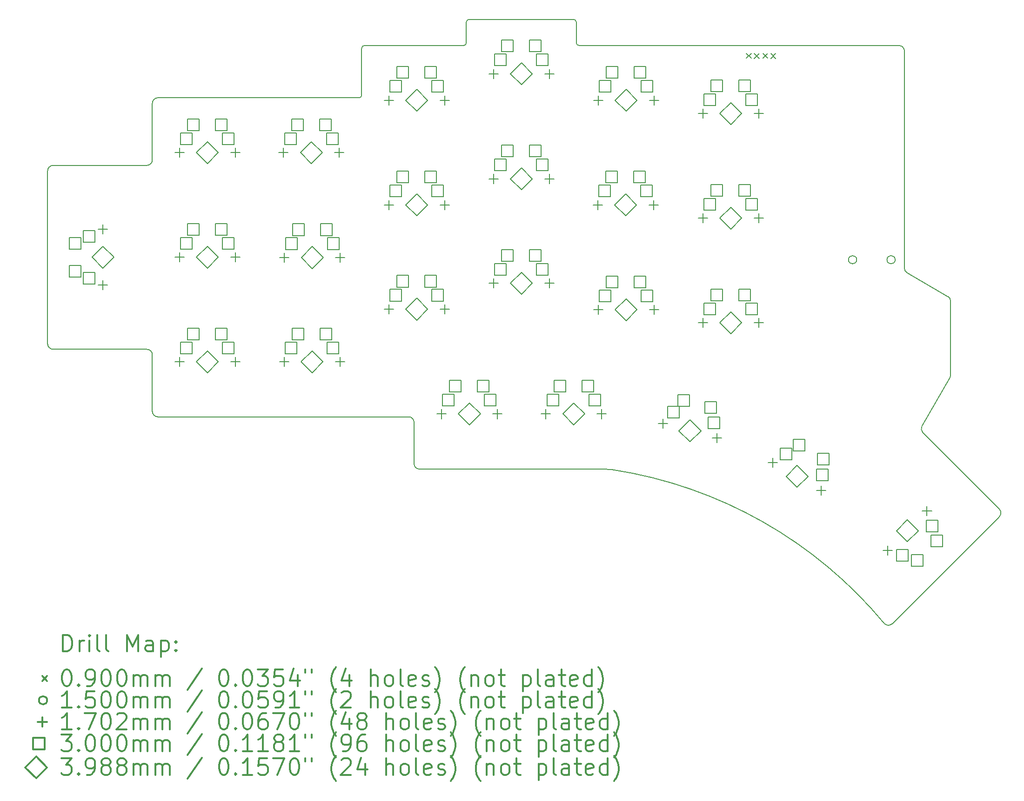
<source format=gbr>
%FSLAX45Y45*%
G04 Gerber Fmt 4.5, Leading zero omitted, Abs format (unit mm)*
G04 Created by KiCad (PCBNEW (5.1.10)-1) date 2021-10-25 12:31:13*
%MOMM*%
%LPD*%
G01*
G04 APERTURE LIST*
%TA.AperFunction,Profile*%
%ADD10C,0.200000*%
%TD*%
%ADD11C,0.200000*%
%ADD12C,0.300000*%
G04 APERTURE END LIST*
D10*
X18186981Y-4716550D02*
G75*
G02*
X18286981Y-4816550I0J-100000D01*
G01*
X18606860Y-11646825D02*
X19115012Y-10766605D01*
X18286981Y-8771303D02*
X18286981Y-4816550D01*
X19128407Y-10716608D02*
G75*
G02*
X19115012Y-10766605I-100000J0D01*
G01*
X19128407Y-10716608D02*
X19128407Y-9372537D01*
X9263380Y-11478950D02*
G75*
G02*
X9363380Y-11578950I0J-100000D01*
G01*
X18336984Y-8857907D02*
G75*
G02*
X18286981Y-8771303I49997J86604D01*
G01*
X19078404Y-9285933D02*
X18336984Y-8857907D01*
X19078404Y-9285933D02*
G75*
G02*
X19128407Y-9372537I-49997J-86604D01*
G01*
X18065265Y-15246491D02*
X20012846Y-13299225D01*
X18622749Y-11767528D02*
G75*
G02*
X18606860Y-11646825I70715J70706D01*
G01*
X20012856Y-13157803D02*
X18622749Y-11767528D01*
X18065265Y-15246491D02*
G75*
G02*
X17921144Y-15243672I-70705J70716D01*
G01*
X12830822Y-12432050D02*
G75*
G02*
X12983264Y-12443737I0J-1000000D01*
G01*
X4600880Y-10349580D02*
X4600880Y-11378950D01*
X9463380Y-12432050D02*
X12830822Y-12432050D01*
X12983264Y-12443737D02*
G75*
G02*
X17921144Y-15243672I-1219184J-7904233D01*
G01*
X9463380Y-12432050D02*
G75*
G02*
X9363380Y-12332050I0J100000D01*
G01*
X4700880Y-11478950D02*
G75*
G02*
X4600880Y-11378950I0J100000D01*
G01*
X4500880Y-10249580D02*
G75*
G02*
X4600880Y-10349580I0J-100000D01*
G01*
X9363380Y-11578950D02*
X9363380Y-12332050D01*
X4700880Y-11478950D02*
X9263380Y-11478950D01*
X20012856Y-13157803D02*
G75*
G02*
X20012846Y-13299225I-70714J-70706D01*
G01*
X12265810Y-4240250D02*
G75*
G02*
X12315810Y-4290250I0J-50000D01*
G01*
X10265880Y-4716550D02*
X8460880Y-4716550D01*
X10315880Y-4666550D02*
G75*
G02*
X10265880Y-4716550I-50000J0D01*
G01*
X10315880Y-4290250D02*
G75*
G02*
X10365880Y-4240250I50000J0D01*
G01*
X14270810Y-4716550D02*
X14190810Y-4716550D01*
X10315880Y-4290250D02*
X10315880Y-4666550D01*
X12265810Y-4240250D02*
X10365880Y-4240250D01*
X12315810Y-4666550D02*
X12315810Y-4290250D01*
X12365810Y-4716550D02*
G75*
G02*
X12315810Y-4666550I0J50000D01*
G01*
X14190810Y-4716550D02*
X12365810Y-4716550D01*
X15979650Y-4716550D02*
X14270810Y-4716550D01*
X18130910Y-4716550D02*
X15979650Y-4716550D01*
X18186981Y-4716550D02*
X18130910Y-4716550D01*
X8360880Y-5669020D02*
X5230350Y-5669020D01*
X8410880Y-5619020D02*
G75*
G02*
X8360880Y-5669020I-50000J0D01*
G01*
X8410880Y-4766550D02*
X8410880Y-5619020D01*
X8410880Y-4766550D02*
G75*
G02*
X8460880Y-4716550I50000J0D01*
G01*
X4600880Y-5769020D02*
G75*
G02*
X4700880Y-5669020I100000J0D01*
G01*
X2695875Y-6999580D02*
X2695875Y-10149580D01*
X2695875Y-6999580D02*
G75*
G02*
X2795875Y-6899580I100000J0D01*
G01*
X4600880Y-5769020D02*
X4600880Y-6799580D01*
X5230350Y-5669020D02*
X4700880Y-5669020D01*
X4500880Y-6899580D02*
X2795875Y-6899580D01*
X2795875Y-10249580D02*
G75*
G02*
X2695875Y-10149580I0J100000D01*
G01*
X2795875Y-10249580D02*
X4500880Y-10249580D01*
X4600880Y-6799580D02*
G75*
G02*
X4500880Y-6899580I-100000J0D01*
G01*
D11*
X15410800Y-4859740D02*
X15500800Y-4949740D01*
X15500800Y-4859740D02*
X15410800Y-4949740D01*
X15555500Y-4862280D02*
X15645500Y-4952280D01*
X15645500Y-4862280D02*
X15555500Y-4952280D01*
X15710800Y-4859740D02*
X15800800Y-4949740D01*
X15800800Y-4859740D02*
X15710800Y-4949740D01*
X15855500Y-4862280D02*
X15945500Y-4952280D01*
X15945500Y-4862280D02*
X15855500Y-4952280D01*
X17419050Y-8618350D02*
G75*
G03*
X17419050Y-8618350I-75000J0D01*
G01*
X18119050Y-8618350D02*
G75*
G03*
X18119050Y-8618350I-75000J0D01*
G01*
X3702050Y-7979410D02*
X3702050Y-8149590D01*
X3616960Y-8064500D02*
X3787140Y-8064500D01*
X3702050Y-8995410D02*
X3702050Y-9165590D01*
X3616960Y-9080500D02*
X3787140Y-9080500D01*
X5092700Y-6582410D02*
X5092700Y-6752590D01*
X5007610Y-6667500D02*
X5177790Y-6667500D01*
X5092700Y-8487410D02*
X5092700Y-8657590D01*
X5007610Y-8572500D02*
X5177790Y-8572500D01*
X5092700Y-10392410D02*
X5092700Y-10562590D01*
X5007610Y-10477500D02*
X5177790Y-10477500D01*
X6108700Y-6582410D02*
X6108700Y-6752590D01*
X6023610Y-6667500D02*
X6193790Y-6667500D01*
X6108700Y-8487410D02*
X6108700Y-8657590D01*
X6023610Y-8572500D02*
X6193790Y-8572500D01*
X6108700Y-10392410D02*
X6108700Y-10562590D01*
X6023610Y-10477500D02*
X6193790Y-10477500D01*
X6985000Y-6582410D02*
X6985000Y-6752590D01*
X6899910Y-6667500D02*
X7070090Y-6667500D01*
X6997700Y-10392410D02*
X6997700Y-10562590D01*
X6912610Y-10477500D02*
X7082790Y-10477500D01*
X7004050Y-8493760D02*
X7004050Y-8663940D01*
X6918960Y-8578850D02*
X7089140Y-8578850D01*
X8001000Y-6582410D02*
X8001000Y-6752590D01*
X7915910Y-6667500D02*
X8086090Y-6667500D01*
X8013700Y-10392410D02*
X8013700Y-10562590D01*
X7928610Y-10477500D02*
X8098790Y-10477500D01*
X8020050Y-8493760D02*
X8020050Y-8663940D01*
X7934960Y-8578850D02*
X8105140Y-8578850D01*
X8902700Y-5629910D02*
X8902700Y-5800090D01*
X8817610Y-5715000D02*
X8987790Y-5715000D01*
X8902700Y-7534910D02*
X8902700Y-7705090D01*
X8817610Y-7620000D02*
X8987790Y-7620000D01*
X8902700Y-9433560D02*
X8902700Y-9603740D01*
X8817610Y-9518650D02*
X8987790Y-9518650D01*
X9862800Y-11342410D02*
X9862800Y-11512590D01*
X9777710Y-11427500D02*
X9947890Y-11427500D01*
X9918700Y-5629910D02*
X9918700Y-5800090D01*
X9833610Y-5715000D02*
X10003790Y-5715000D01*
X9918700Y-7534910D02*
X9918700Y-7705090D01*
X9833610Y-7620000D02*
X10003790Y-7620000D01*
X9918700Y-9433560D02*
X9918700Y-9603740D01*
X9833610Y-9518650D02*
X10003790Y-9518650D01*
X10807700Y-5147310D02*
X10807700Y-5317490D01*
X10722610Y-5232400D02*
X10892790Y-5232400D01*
X10807700Y-7058660D02*
X10807700Y-7228840D01*
X10722610Y-7143750D02*
X10892790Y-7143750D01*
X10810700Y-8962900D02*
X10810700Y-9133080D01*
X10725610Y-9047990D02*
X10895790Y-9047990D01*
X10878800Y-11342410D02*
X10878800Y-11512590D01*
X10793710Y-11427500D02*
X10963890Y-11427500D01*
X11760200Y-11342410D02*
X11760200Y-11512590D01*
X11675110Y-11427500D02*
X11845290Y-11427500D01*
X11823700Y-5147310D02*
X11823700Y-5317490D01*
X11738610Y-5232400D02*
X11908790Y-5232400D01*
X11823700Y-7058660D02*
X11823700Y-7228840D01*
X11738610Y-7143750D02*
X11908790Y-7143750D01*
X11826700Y-8962900D02*
X11826700Y-9133080D01*
X11741610Y-9047990D02*
X11911790Y-9047990D01*
X12706400Y-7534910D02*
X12706400Y-7705090D01*
X12621310Y-7620000D02*
X12791490Y-7620000D01*
X12712700Y-5629910D02*
X12712700Y-5800090D01*
X12627610Y-5715000D02*
X12797790Y-5715000D01*
X12713200Y-9442960D02*
X12713200Y-9613140D01*
X12628110Y-9528050D02*
X12798290Y-9528050D01*
X12776200Y-11342410D02*
X12776200Y-11512590D01*
X12691110Y-11427500D02*
X12861290Y-11427500D01*
X13722400Y-7534910D02*
X13722400Y-7705090D01*
X13637310Y-7620000D02*
X13807490Y-7620000D01*
X13728700Y-5629910D02*
X13728700Y-5800090D01*
X13643610Y-5715000D02*
X13813790Y-5715000D01*
X13729200Y-9442960D02*
X13729200Y-9613140D01*
X13644110Y-9528050D02*
X13814290Y-9528050D01*
X13893310Y-11518230D02*
X13893310Y-11688410D01*
X13808220Y-11603320D02*
X13978400Y-11603320D01*
X14617700Y-5871210D02*
X14617700Y-6041390D01*
X14532610Y-5956300D02*
X14702790Y-5956300D01*
X14617700Y-7776210D02*
X14617700Y-7946390D01*
X14532610Y-7861300D02*
X14702790Y-7861300D01*
X14617700Y-9681210D02*
X14617700Y-9851390D01*
X14532610Y-9766300D02*
X14702790Y-9766300D01*
X14874690Y-11781190D02*
X14874690Y-11951370D01*
X14789600Y-11866280D02*
X14959780Y-11866280D01*
X15633700Y-5871210D02*
X15633700Y-6041390D01*
X15548610Y-5956300D02*
X15718790Y-5956300D01*
X15633700Y-7776210D02*
X15633700Y-7946390D01*
X15548610Y-7861300D02*
X15718790Y-7861300D01*
X15633700Y-9681210D02*
X15633700Y-9851390D01*
X15548610Y-9766300D02*
X15718790Y-9766300D01*
X15894759Y-12226310D02*
X15894759Y-12396490D01*
X15809669Y-12311400D02*
X15979849Y-12311400D01*
X16774641Y-12734310D02*
X16774641Y-12904490D01*
X16689551Y-12819400D02*
X16859731Y-12819400D01*
X17979590Y-13830120D02*
X17979590Y-14000300D01*
X17894500Y-13915210D02*
X18064680Y-13915210D01*
X18698010Y-13111700D02*
X18698010Y-13281880D01*
X18612920Y-13196790D02*
X18783100Y-13196790D01*
X3300117Y-8424567D02*
X3300117Y-8212433D01*
X3087983Y-8212433D01*
X3087983Y-8424567D01*
X3300117Y-8424567D01*
X3300117Y-8932567D02*
X3300117Y-8720433D01*
X3087983Y-8720433D01*
X3087983Y-8932567D01*
X3300117Y-8932567D01*
X3554117Y-8297567D02*
X3554117Y-8085433D01*
X3341983Y-8085433D01*
X3341983Y-8297567D01*
X3554117Y-8297567D01*
X3554117Y-9059567D02*
X3554117Y-8847433D01*
X3341983Y-8847433D01*
X3341983Y-9059567D01*
X3554117Y-9059567D01*
X5325767Y-6519567D02*
X5325767Y-6307433D01*
X5113633Y-6307433D01*
X5113633Y-6519567D01*
X5325767Y-6519567D01*
X5325767Y-8424567D02*
X5325767Y-8212433D01*
X5113633Y-8212433D01*
X5113633Y-8424567D01*
X5325767Y-8424567D01*
X5325767Y-10329567D02*
X5325767Y-10117433D01*
X5113633Y-10117433D01*
X5113633Y-10329567D01*
X5325767Y-10329567D01*
X5452767Y-6265567D02*
X5452767Y-6053433D01*
X5240633Y-6053433D01*
X5240633Y-6265567D01*
X5452767Y-6265567D01*
X5452767Y-8170567D02*
X5452767Y-7958433D01*
X5240633Y-7958433D01*
X5240633Y-8170567D01*
X5452767Y-8170567D01*
X5452767Y-10075567D02*
X5452767Y-9863433D01*
X5240633Y-9863433D01*
X5240633Y-10075567D01*
X5452767Y-10075567D01*
X5960767Y-6265567D02*
X5960767Y-6053433D01*
X5748633Y-6053433D01*
X5748633Y-6265567D01*
X5960767Y-6265567D01*
X5960767Y-8170567D02*
X5960767Y-7958433D01*
X5748633Y-7958433D01*
X5748633Y-8170567D01*
X5960767Y-8170567D01*
X5960767Y-10075567D02*
X5960767Y-9863433D01*
X5748633Y-9863433D01*
X5748633Y-10075567D01*
X5960767Y-10075567D01*
X6087767Y-6519567D02*
X6087767Y-6307433D01*
X5875633Y-6307433D01*
X5875633Y-6519567D01*
X6087767Y-6519567D01*
X6087767Y-8424567D02*
X6087767Y-8212433D01*
X5875633Y-8212433D01*
X5875633Y-8424567D01*
X6087767Y-8424567D01*
X6087767Y-10329567D02*
X6087767Y-10117433D01*
X5875633Y-10117433D01*
X5875633Y-10329567D01*
X6087767Y-10329567D01*
X7218067Y-6519567D02*
X7218067Y-6307433D01*
X7005933Y-6307433D01*
X7005933Y-6519567D01*
X7218067Y-6519567D01*
X7230767Y-10329567D02*
X7230767Y-10117433D01*
X7018633Y-10117433D01*
X7018633Y-10329567D01*
X7230767Y-10329567D01*
X7237117Y-8430917D02*
X7237117Y-8218783D01*
X7024983Y-8218783D01*
X7024983Y-8430917D01*
X7237117Y-8430917D01*
X7345067Y-6265567D02*
X7345067Y-6053433D01*
X7132933Y-6053433D01*
X7132933Y-6265567D01*
X7345067Y-6265567D01*
X7357767Y-10075567D02*
X7357767Y-9863433D01*
X7145633Y-9863433D01*
X7145633Y-10075567D01*
X7357767Y-10075567D01*
X7364117Y-8176917D02*
X7364117Y-7964783D01*
X7151983Y-7964783D01*
X7151983Y-8176917D01*
X7364117Y-8176917D01*
X7853067Y-6265567D02*
X7853067Y-6053433D01*
X7640933Y-6053433D01*
X7640933Y-6265567D01*
X7853067Y-6265567D01*
X7865767Y-10075567D02*
X7865767Y-9863433D01*
X7653633Y-9863433D01*
X7653633Y-10075567D01*
X7865767Y-10075567D01*
X7872117Y-8176917D02*
X7872117Y-7964783D01*
X7659983Y-7964783D01*
X7659983Y-8176917D01*
X7872117Y-8176917D01*
X7980067Y-6519567D02*
X7980067Y-6307433D01*
X7767933Y-6307433D01*
X7767933Y-6519567D01*
X7980067Y-6519567D01*
X7992767Y-10329567D02*
X7992767Y-10117433D01*
X7780633Y-10117433D01*
X7780633Y-10329567D01*
X7992767Y-10329567D01*
X7999117Y-8430917D02*
X7999117Y-8218783D01*
X7786983Y-8218783D01*
X7786983Y-8430917D01*
X7999117Y-8430917D01*
X9135767Y-5567067D02*
X9135767Y-5354933D01*
X8923633Y-5354933D01*
X8923633Y-5567067D01*
X9135767Y-5567067D01*
X9135767Y-7472067D02*
X9135767Y-7259933D01*
X8923633Y-7259933D01*
X8923633Y-7472067D01*
X9135767Y-7472067D01*
X9135767Y-9370717D02*
X9135767Y-9158583D01*
X8923633Y-9158583D01*
X8923633Y-9370717D01*
X9135767Y-9370717D01*
X9262767Y-5313067D02*
X9262767Y-5100933D01*
X9050633Y-5100933D01*
X9050633Y-5313067D01*
X9262767Y-5313067D01*
X9262767Y-7218067D02*
X9262767Y-7005933D01*
X9050633Y-7005933D01*
X9050633Y-7218067D01*
X9262767Y-7218067D01*
X9262767Y-9116717D02*
X9262767Y-8904583D01*
X9050633Y-8904583D01*
X9050633Y-9116717D01*
X9262767Y-9116717D01*
X9770767Y-5313067D02*
X9770767Y-5100933D01*
X9558633Y-5100933D01*
X9558633Y-5313067D01*
X9770767Y-5313067D01*
X9770767Y-7218067D02*
X9770767Y-7005933D01*
X9558633Y-7005933D01*
X9558633Y-7218067D01*
X9770767Y-7218067D01*
X9770767Y-9116717D02*
X9770767Y-8904583D01*
X9558633Y-8904583D01*
X9558633Y-9116717D01*
X9770767Y-9116717D01*
X9897767Y-5567067D02*
X9897767Y-5354933D01*
X9685633Y-5354933D01*
X9685633Y-5567067D01*
X9897767Y-5567067D01*
X9897767Y-7472067D02*
X9897767Y-7259933D01*
X9685633Y-7259933D01*
X9685633Y-7472067D01*
X9897767Y-7472067D01*
X9897767Y-9370717D02*
X9897767Y-9158583D01*
X9685633Y-9158583D01*
X9685633Y-9370717D01*
X9897767Y-9370717D01*
X10095867Y-11279567D02*
X10095867Y-11067433D01*
X9883733Y-11067433D01*
X9883733Y-11279567D01*
X10095867Y-11279567D01*
X10222867Y-11025567D02*
X10222867Y-10813433D01*
X10010733Y-10813433D01*
X10010733Y-11025567D01*
X10222867Y-11025567D01*
X10730867Y-11025567D02*
X10730867Y-10813433D01*
X10518733Y-10813433D01*
X10518733Y-11025567D01*
X10730867Y-11025567D01*
X10857867Y-11279567D02*
X10857867Y-11067433D01*
X10645733Y-11067433D01*
X10645733Y-11279567D01*
X10857867Y-11279567D01*
X11040767Y-5084467D02*
X11040767Y-4872333D01*
X10828633Y-4872333D01*
X10828633Y-5084467D01*
X11040767Y-5084467D01*
X11040767Y-6995817D02*
X11040767Y-6783683D01*
X10828633Y-6783683D01*
X10828633Y-6995817D01*
X11040767Y-6995817D01*
X11043767Y-8900057D02*
X11043767Y-8687923D01*
X10831633Y-8687923D01*
X10831633Y-8900057D01*
X11043767Y-8900057D01*
X11167767Y-4830467D02*
X11167767Y-4618333D01*
X10955633Y-4618333D01*
X10955633Y-4830467D01*
X11167767Y-4830467D01*
X11167767Y-6741817D02*
X11167767Y-6529683D01*
X10955633Y-6529683D01*
X10955633Y-6741817D01*
X11167767Y-6741817D01*
X11170767Y-8646057D02*
X11170767Y-8433923D01*
X10958633Y-8433923D01*
X10958633Y-8646057D01*
X11170767Y-8646057D01*
X11675767Y-4830467D02*
X11675767Y-4618333D01*
X11463633Y-4618333D01*
X11463633Y-4830467D01*
X11675767Y-4830467D01*
X11675767Y-6741817D02*
X11675767Y-6529683D01*
X11463633Y-6529683D01*
X11463633Y-6741817D01*
X11675767Y-6741817D01*
X11678767Y-8646057D02*
X11678767Y-8433923D01*
X11466633Y-8433923D01*
X11466633Y-8646057D01*
X11678767Y-8646057D01*
X11802767Y-5084467D02*
X11802767Y-4872333D01*
X11590633Y-4872333D01*
X11590633Y-5084467D01*
X11802767Y-5084467D01*
X11802767Y-6995817D02*
X11802767Y-6783683D01*
X11590633Y-6783683D01*
X11590633Y-6995817D01*
X11802767Y-6995817D01*
X11805767Y-8900057D02*
X11805767Y-8687923D01*
X11593633Y-8687923D01*
X11593633Y-8900057D01*
X11805767Y-8900057D01*
X11993267Y-11279567D02*
X11993267Y-11067433D01*
X11781133Y-11067433D01*
X11781133Y-11279567D01*
X11993267Y-11279567D01*
X12120267Y-11025567D02*
X12120267Y-10813433D01*
X11908133Y-10813433D01*
X11908133Y-11025567D01*
X12120267Y-11025567D01*
X12628267Y-11025567D02*
X12628267Y-10813433D01*
X12416133Y-10813433D01*
X12416133Y-11025567D01*
X12628267Y-11025567D01*
X12755267Y-11279567D02*
X12755267Y-11067433D01*
X12543133Y-11067433D01*
X12543133Y-11279567D01*
X12755267Y-11279567D01*
X12939467Y-7472067D02*
X12939467Y-7259933D01*
X12727333Y-7259933D01*
X12727333Y-7472067D01*
X12939467Y-7472067D01*
X12945767Y-5567067D02*
X12945767Y-5354933D01*
X12733633Y-5354933D01*
X12733633Y-5567067D01*
X12945767Y-5567067D01*
X12946267Y-9380117D02*
X12946267Y-9167983D01*
X12734133Y-9167983D01*
X12734133Y-9380117D01*
X12946267Y-9380117D01*
X13066467Y-7218067D02*
X13066467Y-7005933D01*
X12854333Y-7005933D01*
X12854333Y-7218067D01*
X13066467Y-7218067D01*
X13072767Y-5313067D02*
X13072767Y-5100933D01*
X12860633Y-5100933D01*
X12860633Y-5313067D01*
X13072767Y-5313067D01*
X13073267Y-9126117D02*
X13073267Y-8913983D01*
X12861133Y-8913983D01*
X12861133Y-9126117D01*
X13073267Y-9126117D01*
X13574467Y-7218067D02*
X13574467Y-7005933D01*
X13362333Y-7005933D01*
X13362333Y-7218067D01*
X13574467Y-7218067D01*
X13580767Y-5313067D02*
X13580767Y-5100933D01*
X13368633Y-5100933D01*
X13368633Y-5313067D01*
X13580767Y-5313067D01*
X13581267Y-9126117D02*
X13581267Y-8913983D01*
X13369133Y-8913983D01*
X13369133Y-9126117D01*
X13581267Y-9126117D01*
X13701467Y-7472067D02*
X13701467Y-7259933D01*
X13489333Y-7259933D01*
X13489333Y-7472067D01*
X13701467Y-7472067D01*
X13707767Y-5567067D02*
X13707767Y-5354933D01*
X13495633Y-5354933D01*
X13495633Y-5567067D01*
X13707767Y-5567067D01*
X13708267Y-9380117D02*
X13708267Y-9167983D01*
X13496133Y-9167983D01*
X13496133Y-9380117D01*
X13708267Y-9380117D01*
X14187789Y-11496912D02*
X14187789Y-11284778D01*
X13975655Y-11284778D01*
X13975655Y-11496912D01*
X14187789Y-11496912D01*
X14376202Y-11284437D02*
X14376202Y-11072303D01*
X14164068Y-11072303D01*
X14164068Y-11284437D01*
X14376202Y-11284437D01*
X14850767Y-5808367D02*
X14850767Y-5596233D01*
X14638633Y-5596233D01*
X14638633Y-5808367D01*
X14850767Y-5808367D01*
X14850767Y-7713367D02*
X14850767Y-7501233D01*
X14638633Y-7501233D01*
X14638633Y-7713367D01*
X14850767Y-7713367D01*
X14850767Y-9618367D02*
X14850767Y-9406233D01*
X14638633Y-9406233D01*
X14638633Y-9618367D01*
X14850767Y-9618367D01*
X14866892Y-11415917D02*
X14866892Y-11203783D01*
X14654758Y-11203783D01*
X14654758Y-11415917D01*
X14866892Y-11415917D01*
X14923825Y-11694132D02*
X14923825Y-11481998D01*
X14711691Y-11481998D01*
X14711691Y-11694132D01*
X14923825Y-11694132D01*
X14977767Y-5554367D02*
X14977767Y-5342233D01*
X14765633Y-5342233D01*
X14765633Y-5554367D01*
X14977767Y-5554367D01*
X14977767Y-7459367D02*
X14977767Y-7247233D01*
X14765633Y-7247233D01*
X14765633Y-7459367D01*
X14977767Y-7459367D01*
X14977767Y-9364367D02*
X14977767Y-9152233D01*
X14765633Y-9152233D01*
X14765633Y-9364367D01*
X14977767Y-9364367D01*
X15485767Y-5554367D02*
X15485767Y-5342233D01*
X15273633Y-5342233D01*
X15273633Y-5554367D01*
X15485767Y-5554367D01*
X15485767Y-7459367D02*
X15485767Y-7247233D01*
X15273633Y-7247233D01*
X15273633Y-7459367D01*
X15485767Y-7459367D01*
X15485767Y-9364367D02*
X15485767Y-9152233D01*
X15273633Y-9152233D01*
X15273633Y-9364367D01*
X15485767Y-9364367D01*
X15612767Y-5808367D02*
X15612767Y-5596233D01*
X15400633Y-5596233D01*
X15400633Y-5808367D01*
X15612767Y-5808367D01*
X15612767Y-7713367D02*
X15612767Y-7501233D01*
X15400633Y-7501233D01*
X15400633Y-7713367D01*
X15612767Y-7713367D01*
X15612767Y-9618367D02*
X15612767Y-9406233D01*
X15400633Y-9406233D01*
X15400633Y-9618367D01*
X15612767Y-9618367D01*
X16237811Y-12260996D02*
X16237811Y-12048862D01*
X16025677Y-12048862D01*
X16025677Y-12260996D01*
X16237811Y-12260996D01*
X16474796Y-12104526D02*
X16474796Y-11892392D01*
X16262662Y-11892392D01*
X16262662Y-12104526D01*
X16474796Y-12104526D01*
X16897723Y-12641996D02*
X16897723Y-12429862D01*
X16685589Y-12429862D01*
X16685589Y-12641996D01*
X16897723Y-12641996D01*
X16914738Y-12358526D02*
X16914738Y-12146392D01*
X16702603Y-12146392D01*
X16702603Y-12358526D01*
X16914738Y-12358526D01*
X18355064Y-14111080D02*
X18355064Y-13898946D01*
X18142930Y-13898946D01*
X18142930Y-14111080D01*
X18355064Y-14111080D01*
X18624472Y-14200882D02*
X18624472Y-13988748D01*
X18412338Y-13988748D01*
X18412338Y-14200882D01*
X18624472Y-14200882D01*
X18893880Y-13572264D02*
X18893880Y-13360130D01*
X18681746Y-13360130D01*
X18681746Y-13572264D01*
X18893880Y-13572264D01*
X18983682Y-13841672D02*
X18983682Y-13629538D01*
X18771548Y-13629538D01*
X18771548Y-13841672D01*
X18983682Y-13841672D01*
X3702050Y-8771890D02*
X3901440Y-8572500D01*
X3702050Y-8373110D01*
X3502660Y-8572500D01*
X3702050Y-8771890D01*
X5600700Y-6866890D02*
X5800090Y-6667500D01*
X5600700Y-6468110D01*
X5401310Y-6667500D01*
X5600700Y-6866890D01*
X5600700Y-8771890D02*
X5800090Y-8572500D01*
X5600700Y-8373110D01*
X5401310Y-8572500D01*
X5600700Y-8771890D01*
X5600700Y-10676890D02*
X5800090Y-10477500D01*
X5600700Y-10278110D01*
X5401310Y-10477500D01*
X5600700Y-10676890D01*
X7493000Y-6866890D02*
X7692390Y-6667500D01*
X7493000Y-6468110D01*
X7293610Y-6667500D01*
X7493000Y-6866890D01*
X7505700Y-10676890D02*
X7705090Y-10477500D01*
X7505700Y-10278110D01*
X7306310Y-10477500D01*
X7505700Y-10676890D01*
X7512050Y-8778240D02*
X7711440Y-8578850D01*
X7512050Y-8379460D01*
X7312660Y-8578850D01*
X7512050Y-8778240D01*
X9410700Y-5914390D02*
X9610090Y-5715000D01*
X9410700Y-5515610D01*
X9211310Y-5715000D01*
X9410700Y-5914390D01*
X9410700Y-7819390D02*
X9610090Y-7620000D01*
X9410700Y-7420610D01*
X9211310Y-7620000D01*
X9410700Y-7819390D01*
X9410700Y-9718040D02*
X9610090Y-9518650D01*
X9410700Y-9319260D01*
X9211310Y-9518650D01*
X9410700Y-9718040D01*
X10370800Y-11626890D02*
X10570190Y-11427500D01*
X10370800Y-11228110D01*
X10171410Y-11427500D01*
X10370800Y-11626890D01*
X11315700Y-5431790D02*
X11515090Y-5232400D01*
X11315700Y-5033010D01*
X11116310Y-5232400D01*
X11315700Y-5431790D01*
X11315700Y-7343140D02*
X11515090Y-7143750D01*
X11315700Y-6944360D01*
X11116310Y-7143750D01*
X11315700Y-7343140D01*
X11318700Y-9247380D02*
X11518090Y-9047990D01*
X11318700Y-8848600D01*
X11119310Y-9047990D01*
X11318700Y-9247380D01*
X12268200Y-11626890D02*
X12467590Y-11427500D01*
X12268200Y-11228110D01*
X12068810Y-11427500D01*
X12268200Y-11626890D01*
X13214400Y-7819390D02*
X13413790Y-7620000D01*
X13214400Y-7420610D01*
X13015010Y-7620000D01*
X13214400Y-7819390D01*
X13220700Y-5914390D02*
X13420090Y-5715000D01*
X13220700Y-5515610D01*
X13021310Y-5715000D01*
X13220700Y-5914390D01*
X13221200Y-9727440D02*
X13420590Y-9528050D01*
X13221200Y-9328660D01*
X13021810Y-9528050D01*
X13221200Y-9727440D01*
X14384000Y-11934190D02*
X14583390Y-11734800D01*
X14384000Y-11535410D01*
X14184610Y-11734800D01*
X14384000Y-11934190D01*
X15125700Y-6155690D02*
X15325090Y-5956300D01*
X15125700Y-5756910D01*
X14926310Y-5956300D01*
X15125700Y-6155690D01*
X15125700Y-8060690D02*
X15325090Y-7861300D01*
X15125700Y-7661910D01*
X14926310Y-7861300D01*
X15125700Y-8060690D01*
X15125700Y-9965690D02*
X15325090Y-9766300D01*
X15125700Y-9566910D01*
X14926310Y-9766300D01*
X15125700Y-9965690D01*
X16334700Y-12764790D02*
X16534090Y-12565400D01*
X16334700Y-12366010D01*
X16135310Y-12565400D01*
X16334700Y-12764790D01*
X18338800Y-13755390D02*
X18538190Y-13556000D01*
X18338800Y-13356610D01*
X18139410Y-13556000D01*
X18338800Y-13755390D01*
D12*
X2972303Y-15751489D02*
X2972303Y-15451489D01*
X3043732Y-15451489D01*
X3086589Y-15465774D01*
X3115160Y-15494346D01*
X3129446Y-15522917D01*
X3143732Y-15580060D01*
X3143732Y-15622917D01*
X3129446Y-15680060D01*
X3115160Y-15708631D01*
X3086589Y-15737203D01*
X3043732Y-15751489D01*
X2972303Y-15751489D01*
X3272303Y-15751489D02*
X3272303Y-15551489D01*
X3272303Y-15608631D02*
X3286589Y-15580060D01*
X3300875Y-15565774D01*
X3329446Y-15551489D01*
X3358018Y-15551489D01*
X3458018Y-15751489D02*
X3458018Y-15551489D01*
X3458018Y-15451489D02*
X3443732Y-15465774D01*
X3458018Y-15480060D01*
X3472303Y-15465774D01*
X3458018Y-15451489D01*
X3458018Y-15480060D01*
X3643732Y-15751489D02*
X3615160Y-15737203D01*
X3600875Y-15708631D01*
X3600875Y-15451489D01*
X3800875Y-15751489D02*
X3772303Y-15737203D01*
X3758018Y-15708631D01*
X3758018Y-15451489D01*
X4143732Y-15751489D02*
X4143732Y-15451489D01*
X4243732Y-15665774D01*
X4343732Y-15451489D01*
X4343732Y-15751489D01*
X4615161Y-15751489D02*
X4615161Y-15594346D01*
X4600875Y-15565774D01*
X4572303Y-15551489D01*
X4515161Y-15551489D01*
X4486589Y-15565774D01*
X4615161Y-15737203D02*
X4586589Y-15751489D01*
X4515161Y-15751489D01*
X4486589Y-15737203D01*
X4472303Y-15708631D01*
X4472303Y-15680060D01*
X4486589Y-15651489D01*
X4515161Y-15637203D01*
X4586589Y-15637203D01*
X4615161Y-15622917D01*
X4758018Y-15551489D02*
X4758018Y-15851489D01*
X4758018Y-15565774D02*
X4786589Y-15551489D01*
X4843732Y-15551489D01*
X4872303Y-15565774D01*
X4886589Y-15580060D01*
X4900875Y-15608631D01*
X4900875Y-15694346D01*
X4886589Y-15722917D01*
X4872303Y-15737203D01*
X4843732Y-15751489D01*
X4786589Y-15751489D01*
X4758018Y-15737203D01*
X5029446Y-15722917D02*
X5043732Y-15737203D01*
X5029446Y-15751489D01*
X5015161Y-15737203D01*
X5029446Y-15722917D01*
X5029446Y-15751489D01*
X5029446Y-15565774D02*
X5043732Y-15580060D01*
X5029446Y-15594346D01*
X5015161Y-15580060D01*
X5029446Y-15565774D01*
X5029446Y-15594346D01*
X2595875Y-16200774D02*
X2685875Y-16290774D01*
X2685875Y-16200774D02*
X2595875Y-16290774D01*
X3029446Y-16081489D02*
X3058018Y-16081489D01*
X3086589Y-16095774D01*
X3100875Y-16110060D01*
X3115160Y-16138631D01*
X3129446Y-16195774D01*
X3129446Y-16267203D01*
X3115160Y-16324346D01*
X3100875Y-16352917D01*
X3086589Y-16367203D01*
X3058018Y-16381489D01*
X3029446Y-16381489D01*
X3000875Y-16367203D01*
X2986589Y-16352917D01*
X2972303Y-16324346D01*
X2958018Y-16267203D01*
X2958018Y-16195774D01*
X2972303Y-16138631D01*
X2986589Y-16110060D01*
X3000875Y-16095774D01*
X3029446Y-16081489D01*
X3258018Y-16352917D02*
X3272303Y-16367203D01*
X3258018Y-16381489D01*
X3243732Y-16367203D01*
X3258018Y-16352917D01*
X3258018Y-16381489D01*
X3415160Y-16381489D02*
X3472303Y-16381489D01*
X3500875Y-16367203D01*
X3515160Y-16352917D01*
X3543732Y-16310060D01*
X3558018Y-16252917D01*
X3558018Y-16138631D01*
X3543732Y-16110060D01*
X3529446Y-16095774D01*
X3500875Y-16081489D01*
X3443732Y-16081489D01*
X3415160Y-16095774D01*
X3400875Y-16110060D01*
X3386589Y-16138631D01*
X3386589Y-16210060D01*
X3400875Y-16238631D01*
X3415160Y-16252917D01*
X3443732Y-16267203D01*
X3500875Y-16267203D01*
X3529446Y-16252917D01*
X3543732Y-16238631D01*
X3558018Y-16210060D01*
X3743732Y-16081489D02*
X3772303Y-16081489D01*
X3800875Y-16095774D01*
X3815160Y-16110060D01*
X3829446Y-16138631D01*
X3843732Y-16195774D01*
X3843732Y-16267203D01*
X3829446Y-16324346D01*
X3815160Y-16352917D01*
X3800875Y-16367203D01*
X3772303Y-16381489D01*
X3743732Y-16381489D01*
X3715160Y-16367203D01*
X3700875Y-16352917D01*
X3686589Y-16324346D01*
X3672303Y-16267203D01*
X3672303Y-16195774D01*
X3686589Y-16138631D01*
X3700875Y-16110060D01*
X3715160Y-16095774D01*
X3743732Y-16081489D01*
X4029446Y-16081489D02*
X4058018Y-16081489D01*
X4086589Y-16095774D01*
X4100875Y-16110060D01*
X4115160Y-16138631D01*
X4129446Y-16195774D01*
X4129446Y-16267203D01*
X4115160Y-16324346D01*
X4100875Y-16352917D01*
X4086589Y-16367203D01*
X4058018Y-16381489D01*
X4029446Y-16381489D01*
X4000875Y-16367203D01*
X3986589Y-16352917D01*
X3972303Y-16324346D01*
X3958018Y-16267203D01*
X3958018Y-16195774D01*
X3972303Y-16138631D01*
X3986589Y-16110060D01*
X4000875Y-16095774D01*
X4029446Y-16081489D01*
X4258018Y-16381489D02*
X4258018Y-16181489D01*
X4258018Y-16210060D02*
X4272303Y-16195774D01*
X4300875Y-16181489D01*
X4343732Y-16181489D01*
X4372303Y-16195774D01*
X4386589Y-16224346D01*
X4386589Y-16381489D01*
X4386589Y-16224346D02*
X4400875Y-16195774D01*
X4429446Y-16181489D01*
X4472303Y-16181489D01*
X4500875Y-16195774D01*
X4515161Y-16224346D01*
X4515161Y-16381489D01*
X4658018Y-16381489D02*
X4658018Y-16181489D01*
X4658018Y-16210060D02*
X4672303Y-16195774D01*
X4700875Y-16181489D01*
X4743732Y-16181489D01*
X4772303Y-16195774D01*
X4786589Y-16224346D01*
X4786589Y-16381489D01*
X4786589Y-16224346D02*
X4800875Y-16195774D01*
X4829446Y-16181489D01*
X4872303Y-16181489D01*
X4900875Y-16195774D01*
X4915161Y-16224346D01*
X4915161Y-16381489D01*
X5500875Y-16067203D02*
X5243732Y-16452917D01*
X5886589Y-16081489D02*
X5915160Y-16081489D01*
X5943732Y-16095774D01*
X5958018Y-16110060D01*
X5972303Y-16138631D01*
X5986589Y-16195774D01*
X5986589Y-16267203D01*
X5972303Y-16324346D01*
X5958018Y-16352917D01*
X5943732Y-16367203D01*
X5915160Y-16381489D01*
X5886589Y-16381489D01*
X5858018Y-16367203D01*
X5843732Y-16352917D01*
X5829446Y-16324346D01*
X5815160Y-16267203D01*
X5815160Y-16195774D01*
X5829446Y-16138631D01*
X5843732Y-16110060D01*
X5858018Y-16095774D01*
X5886589Y-16081489D01*
X6115160Y-16352917D02*
X6129446Y-16367203D01*
X6115160Y-16381489D01*
X6100875Y-16367203D01*
X6115160Y-16352917D01*
X6115160Y-16381489D01*
X6315160Y-16081489D02*
X6343732Y-16081489D01*
X6372303Y-16095774D01*
X6386589Y-16110060D01*
X6400875Y-16138631D01*
X6415160Y-16195774D01*
X6415160Y-16267203D01*
X6400875Y-16324346D01*
X6386589Y-16352917D01*
X6372303Y-16367203D01*
X6343732Y-16381489D01*
X6315160Y-16381489D01*
X6286589Y-16367203D01*
X6272303Y-16352917D01*
X6258018Y-16324346D01*
X6243732Y-16267203D01*
X6243732Y-16195774D01*
X6258018Y-16138631D01*
X6272303Y-16110060D01*
X6286589Y-16095774D01*
X6315160Y-16081489D01*
X6515160Y-16081489D02*
X6700875Y-16081489D01*
X6600875Y-16195774D01*
X6643732Y-16195774D01*
X6672303Y-16210060D01*
X6686589Y-16224346D01*
X6700875Y-16252917D01*
X6700875Y-16324346D01*
X6686589Y-16352917D01*
X6672303Y-16367203D01*
X6643732Y-16381489D01*
X6558018Y-16381489D01*
X6529446Y-16367203D01*
X6515160Y-16352917D01*
X6972303Y-16081489D02*
X6829446Y-16081489D01*
X6815160Y-16224346D01*
X6829446Y-16210060D01*
X6858018Y-16195774D01*
X6929446Y-16195774D01*
X6958018Y-16210060D01*
X6972303Y-16224346D01*
X6986589Y-16252917D01*
X6986589Y-16324346D01*
X6972303Y-16352917D01*
X6958018Y-16367203D01*
X6929446Y-16381489D01*
X6858018Y-16381489D01*
X6829446Y-16367203D01*
X6815160Y-16352917D01*
X7243732Y-16181489D02*
X7243732Y-16381489D01*
X7172303Y-16067203D02*
X7100875Y-16281489D01*
X7286589Y-16281489D01*
X7386589Y-16081489D02*
X7386589Y-16138631D01*
X7500875Y-16081489D02*
X7500875Y-16138631D01*
X7943732Y-16495774D02*
X7929446Y-16481489D01*
X7900875Y-16438631D01*
X7886589Y-16410060D01*
X7872303Y-16367203D01*
X7858018Y-16295774D01*
X7858018Y-16238631D01*
X7872303Y-16167203D01*
X7886589Y-16124346D01*
X7900875Y-16095774D01*
X7929446Y-16052917D01*
X7943732Y-16038631D01*
X8186589Y-16181489D02*
X8186589Y-16381489D01*
X8115160Y-16067203D02*
X8043732Y-16281489D01*
X8229446Y-16281489D01*
X8572303Y-16381489D02*
X8572303Y-16081489D01*
X8700875Y-16381489D02*
X8700875Y-16224346D01*
X8686589Y-16195774D01*
X8658018Y-16181489D01*
X8615161Y-16181489D01*
X8586589Y-16195774D01*
X8572303Y-16210060D01*
X8886589Y-16381489D02*
X8858018Y-16367203D01*
X8843732Y-16352917D01*
X8829446Y-16324346D01*
X8829446Y-16238631D01*
X8843732Y-16210060D01*
X8858018Y-16195774D01*
X8886589Y-16181489D01*
X8929446Y-16181489D01*
X8958018Y-16195774D01*
X8972303Y-16210060D01*
X8986589Y-16238631D01*
X8986589Y-16324346D01*
X8972303Y-16352917D01*
X8958018Y-16367203D01*
X8929446Y-16381489D01*
X8886589Y-16381489D01*
X9158018Y-16381489D02*
X9129446Y-16367203D01*
X9115161Y-16338631D01*
X9115161Y-16081489D01*
X9386589Y-16367203D02*
X9358018Y-16381489D01*
X9300875Y-16381489D01*
X9272303Y-16367203D01*
X9258018Y-16338631D01*
X9258018Y-16224346D01*
X9272303Y-16195774D01*
X9300875Y-16181489D01*
X9358018Y-16181489D01*
X9386589Y-16195774D01*
X9400875Y-16224346D01*
X9400875Y-16252917D01*
X9258018Y-16281489D01*
X9515161Y-16367203D02*
X9543732Y-16381489D01*
X9600875Y-16381489D01*
X9629446Y-16367203D01*
X9643732Y-16338631D01*
X9643732Y-16324346D01*
X9629446Y-16295774D01*
X9600875Y-16281489D01*
X9558018Y-16281489D01*
X9529446Y-16267203D01*
X9515161Y-16238631D01*
X9515161Y-16224346D01*
X9529446Y-16195774D01*
X9558018Y-16181489D01*
X9600875Y-16181489D01*
X9629446Y-16195774D01*
X9743732Y-16495774D02*
X9758018Y-16481489D01*
X9786589Y-16438631D01*
X9800875Y-16410060D01*
X9815161Y-16367203D01*
X9829446Y-16295774D01*
X9829446Y-16238631D01*
X9815161Y-16167203D01*
X9800875Y-16124346D01*
X9786589Y-16095774D01*
X9758018Y-16052917D01*
X9743732Y-16038631D01*
X10286589Y-16495774D02*
X10272303Y-16481489D01*
X10243732Y-16438631D01*
X10229446Y-16410060D01*
X10215161Y-16367203D01*
X10200875Y-16295774D01*
X10200875Y-16238631D01*
X10215161Y-16167203D01*
X10229446Y-16124346D01*
X10243732Y-16095774D01*
X10272303Y-16052917D01*
X10286589Y-16038631D01*
X10400875Y-16181489D02*
X10400875Y-16381489D01*
X10400875Y-16210060D02*
X10415161Y-16195774D01*
X10443732Y-16181489D01*
X10486589Y-16181489D01*
X10515161Y-16195774D01*
X10529446Y-16224346D01*
X10529446Y-16381489D01*
X10715161Y-16381489D02*
X10686589Y-16367203D01*
X10672303Y-16352917D01*
X10658018Y-16324346D01*
X10658018Y-16238631D01*
X10672303Y-16210060D01*
X10686589Y-16195774D01*
X10715161Y-16181489D01*
X10758018Y-16181489D01*
X10786589Y-16195774D01*
X10800875Y-16210060D01*
X10815161Y-16238631D01*
X10815161Y-16324346D01*
X10800875Y-16352917D01*
X10786589Y-16367203D01*
X10758018Y-16381489D01*
X10715161Y-16381489D01*
X10900875Y-16181489D02*
X11015161Y-16181489D01*
X10943732Y-16081489D02*
X10943732Y-16338631D01*
X10958018Y-16367203D01*
X10986589Y-16381489D01*
X11015161Y-16381489D01*
X11343732Y-16181489D02*
X11343732Y-16481489D01*
X11343732Y-16195774D02*
X11372303Y-16181489D01*
X11429446Y-16181489D01*
X11458018Y-16195774D01*
X11472303Y-16210060D01*
X11486589Y-16238631D01*
X11486589Y-16324346D01*
X11472303Y-16352917D01*
X11458018Y-16367203D01*
X11429446Y-16381489D01*
X11372303Y-16381489D01*
X11343732Y-16367203D01*
X11658018Y-16381489D02*
X11629446Y-16367203D01*
X11615160Y-16338631D01*
X11615160Y-16081489D01*
X11900875Y-16381489D02*
X11900875Y-16224346D01*
X11886589Y-16195774D01*
X11858018Y-16181489D01*
X11800875Y-16181489D01*
X11772303Y-16195774D01*
X11900875Y-16367203D02*
X11872303Y-16381489D01*
X11800875Y-16381489D01*
X11772303Y-16367203D01*
X11758018Y-16338631D01*
X11758018Y-16310060D01*
X11772303Y-16281489D01*
X11800875Y-16267203D01*
X11872303Y-16267203D01*
X11900875Y-16252917D01*
X12000875Y-16181489D02*
X12115160Y-16181489D01*
X12043732Y-16081489D02*
X12043732Y-16338631D01*
X12058018Y-16367203D01*
X12086589Y-16381489D01*
X12115160Y-16381489D01*
X12329446Y-16367203D02*
X12300875Y-16381489D01*
X12243732Y-16381489D01*
X12215160Y-16367203D01*
X12200875Y-16338631D01*
X12200875Y-16224346D01*
X12215160Y-16195774D01*
X12243732Y-16181489D01*
X12300875Y-16181489D01*
X12329446Y-16195774D01*
X12343732Y-16224346D01*
X12343732Y-16252917D01*
X12200875Y-16281489D01*
X12600875Y-16381489D02*
X12600875Y-16081489D01*
X12600875Y-16367203D02*
X12572303Y-16381489D01*
X12515160Y-16381489D01*
X12486589Y-16367203D01*
X12472303Y-16352917D01*
X12458018Y-16324346D01*
X12458018Y-16238631D01*
X12472303Y-16210060D01*
X12486589Y-16195774D01*
X12515160Y-16181489D01*
X12572303Y-16181489D01*
X12600875Y-16195774D01*
X12715160Y-16495774D02*
X12729446Y-16481489D01*
X12758018Y-16438631D01*
X12772303Y-16410060D01*
X12786589Y-16367203D01*
X12800875Y-16295774D01*
X12800875Y-16238631D01*
X12786589Y-16167203D01*
X12772303Y-16124346D01*
X12758018Y-16095774D01*
X12729446Y-16052917D01*
X12715160Y-16038631D01*
X2685875Y-16641774D02*
G75*
G03*
X2685875Y-16641774I-75000J0D01*
G01*
X3129446Y-16777489D02*
X2958018Y-16777489D01*
X3043732Y-16777489D02*
X3043732Y-16477489D01*
X3015160Y-16520346D01*
X2986589Y-16548917D01*
X2958018Y-16563203D01*
X3258018Y-16748917D02*
X3272303Y-16763203D01*
X3258018Y-16777489D01*
X3243732Y-16763203D01*
X3258018Y-16748917D01*
X3258018Y-16777489D01*
X3543732Y-16477489D02*
X3400875Y-16477489D01*
X3386589Y-16620346D01*
X3400875Y-16606060D01*
X3429446Y-16591774D01*
X3500875Y-16591774D01*
X3529446Y-16606060D01*
X3543732Y-16620346D01*
X3558018Y-16648917D01*
X3558018Y-16720346D01*
X3543732Y-16748917D01*
X3529446Y-16763203D01*
X3500875Y-16777489D01*
X3429446Y-16777489D01*
X3400875Y-16763203D01*
X3386589Y-16748917D01*
X3743732Y-16477489D02*
X3772303Y-16477489D01*
X3800875Y-16491774D01*
X3815160Y-16506060D01*
X3829446Y-16534631D01*
X3843732Y-16591774D01*
X3843732Y-16663203D01*
X3829446Y-16720346D01*
X3815160Y-16748917D01*
X3800875Y-16763203D01*
X3772303Y-16777489D01*
X3743732Y-16777489D01*
X3715160Y-16763203D01*
X3700875Y-16748917D01*
X3686589Y-16720346D01*
X3672303Y-16663203D01*
X3672303Y-16591774D01*
X3686589Y-16534631D01*
X3700875Y-16506060D01*
X3715160Y-16491774D01*
X3743732Y-16477489D01*
X4029446Y-16477489D02*
X4058018Y-16477489D01*
X4086589Y-16491774D01*
X4100875Y-16506060D01*
X4115160Y-16534631D01*
X4129446Y-16591774D01*
X4129446Y-16663203D01*
X4115160Y-16720346D01*
X4100875Y-16748917D01*
X4086589Y-16763203D01*
X4058018Y-16777489D01*
X4029446Y-16777489D01*
X4000875Y-16763203D01*
X3986589Y-16748917D01*
X3972303Y-16720346D01*
X3958018Y-16663203D01*
X3958018Y-16591774D01*
X3972303Y-16534631D01*
X3986589Y-16506060D01*
X4000875Y-16491774D01*
X4029446Y-16477489D01*
X4258018Y-16777489D02*
X4258018Y-16577489D01*
X4258018Y-16606060D02*
X4272303Y-16591774D01*
X4300875Y-16577489D01*
X4343732Y-16577489D01*
X4372303Y-16591774D01*
X4386589Y-16620346D01*
X4386589Y-16777489D01*
X4386589Y-16620346D02*
X4400875Y-16591774D01*
X4429446Y-16577489D01*
X4472303Y-16577489D01*
X4500875Y-16591774D01*
X4515161Y-16620346D01*
X4515161Y-16777489D01*
X4658018Y-16777489D02*
X4658018Y-16577489D01*
X4658018Y-16606060D02*
X4672303Y-16591774D01*
X4700875Y-16577489D01*
X4743732Y-16577489D01*
X4772303Y-16591774D01*
X4786589Y-16620346D01*
X4786589Y-16777489D01*
X4786589Y-16620346D02*
X4800875Y-16591774D01*
X4829446Y-16577489D01*
X4872303Y-16577489D01*
X4900875Y-16591774D01*
X4915161Y-16620346D01*
X4915161Y-16777489D01*
X5500875Y-16463203D02*
X5243732Y-16848917D01*
X5886589Y-16477489D02*
X5915160Y-16477489D01*
X5943732Y-16491774D01*
X5958018Y-16506060D01*
X5972303Y-16534631D01*
X5986589Y-16591774D01*
X5986589Y-16663203D01*
X5972303Y-16720346D01*
X5958018Y-16748917D01*
X5943732Y-16763203D01*
X5915160Y-16777489D01*
X5886589Y-16777489D01*
X5858018Y-16763203D01*
X5843732Y-16748917D01*
X5829446Y-16720346D01*
X5815160Y-16663203D01*
X5815160Y-16591774D01*
X5829446Y-16534631D01*
X5843732Y-16506060D01*
X5858018Y-16491774D01*
X5886589Y-16477489D01*
X6115160Y-16748917D02*
X6129446Y-16763203D01*
X6115160Y-16777489D01*
X6100875Y-16763203D01*
X6115160Y-16748917D01*
X6115160Y-16777489D01*
X6315160Y-16477489D02*
X6343732Y-16477489D01*
X6372303Y-16491774D01*
X6386589Y-16506060D01*
X6400875Y-16534631D01*
X6415160Y-16591774D01*
X6415160Y-16663203D01*
X6400875Y-16720346D01*
X6386589Y-16748917D01*
X6372303Y-16763203D01*
X6343732Y-16777489D01*
X6315160Y-16777489D01*
X6286589Y-16763203D01*
X6272303Y-16748917D01*
X6258018Y-16720346D01*
X6243732Y-16663203D01*
X6243732Y-16591774D01*
X6258018Y-16534631D01*
X6272303Y-16506060D01*
X6286589Y-16491774D01*
X6315160Y-16477489D01*
X6686589Y-16477489D02*
X6543732Y-16477489D01*
X6529446Y-16620346D01*
X6543732Y-16606060D01*
X6572303Y-16591774D01*
X6643732Y-16591774D01*
X6672303Y-16606060D01*
X6686589Y-16620346D01*
X6700875Y-16648917D01*
X6700875Y-16720346D01*
X6686589Y-16748917D01*
X6672303Y-16763203D01*
X6643732Y-16777489D01*
X6572303Y-16777489D01*
X6543732Y-16763203D01*
X6529446Y-16748917D01*
X6843732Y-16777489D02*
X6900875Y-16777489D01*
X6929446Y-16763203D01*
X6943732Y-16748917D01*
X6972303Y-16706060D01*
X6986589Y-16648917D01*
X6986589Y-16534631D01*
X6972303Y-16506060D01*
X6958018Y-16491774D01*
X6929446Y-16477489D01*
X6872303Y-16477489D01*
X6843732Y-16491774D01*
X6829446Y-16506060D01*
X6815160Y-16534631D01*
X6815160Y-16606060D01*
X6829446Y-16634631D01*
X6843732Y-16648917D01*
X6872303Y-16663203D01*
X6929446Y-16663203D01*
X6958018Y-16648917D01*
X6972303Y-16634631D01*
X6986589Y-16606060D01*
X7272303Y-16777489D02*
X7100875Y-16777489D01*
X7186589Y-16777489D02*
X7186589Y-16477489D01*
X7158018Y-16520346D01*
X7129446Y-16548917D01*
X7100875Y-16563203D01*
X7386589Y-16477489D02*
X7386589Y-16534631D01*
X7500875Y-16477489D02*
X7500875Y-16534631D01*
X7943732Y-16891774D02*
X7929446Y-16877489D01*
X7900875Y-16834632D01*
X7886589Y-16806060D01*
X7872303Y-16763203D01*
X7858018Y-16691774D01*
X7858018Y-16634631D01*
X7872303Y-16563203D01*
X7886589Y-16520346D01*
X7900875Y-16491774D01*
X7929446Y-16448917D01*
X7943732Y-16434631D01*
X8043732Y-16506060D02*
X8058018Y-16491774D01*
X8086589Y-16477489D01*
X8158018Y-16477489D01*
X8186589Y-16491774D01*
X8200875Y-16506060D01*
X8215160Y-16534631D01*
X8215160Y-16563203D01*
X8200875Y-16606060D01*
X8029446Y-16777489D01*
X8215160Y-16777489D01*
X8572303Y-16777489D02*
X8572303Y-16477489D01*
X8700875Y-16777489D02*
X8700875Y-16620346D01*
X8686589Y-16591774D01*
X8658018Y-16577489D01*
X8615161Y-16577489D01*
X8586589Y-16591774D01*
X8572303Y-16606060D01*
X8886589Y-16777489D02*
X8858018Y-16763203D01*
X8843732Y-16748917D01*
X8829446Y-16720346D01*
X8829446Y-16634631D01*
X8843732Y-16606060D01*
X8858018Y-16591774D01*
X8886589Y-16577489D01*
X8929446Y-16577489D01*
X8958018Y-16591774D01*
X8972303Y-16606060D01*
X8986589Y-16634631D01*
X8986589Y-16720346D01*
X8972303Y-16748917D01*
X8958018Y-16763203D01*
X8929446Y-16777489D01*
X8886589Y-16777489D01*
X9158018Y-16777489D02*
X9129446Y-16763203D01*
X9115161Y-16734631D01*
X9115161Y-16477489D01*
X9386589Y-16763203D02*
X9358018Y-16777489D01*
X9300875Y-16777489D01*
X9272303Y-16763203D01*
X9258018Y-16734631D01*
X9258018Y-16620346D01*
X9272303Y-16591774D01*
X9300875Y-16577489D01*
X9358018Y-16577489D01*
X9386589Y-16591774D01*
X9400875Y-16620346D01*
X9400875Y-16648917D01*
X9258018Y-16677489D01*
X9515161Y-16763203D02*
X9543732Y-16777489D01*
X9600875Y-16777489D01*
X9629446Y-16763203D01*
X9643732Y-16734631D01*
X9643732Y-16720346D01*
X9629446Y-16691774D01*
X9600875Y-16677489D01*
X9558018Y-16677489D01*
X9529446Y-16663203D01*
X9515161Y-16634631D01*
X9515161Y-16620346D01*
X9529446Y-16591774D01*
X9558018Y-16577489D01*
X9600875Y-16577489D01*
X9629446Y-16591774D01*
X9743732Y-16891774D02*
X9758018Y-16877489D01*
X9786589Y-16834632D01*
X9800875Y-16806060D01*
X9815161Y-16763203D01*
X9829446Y-16691774D01*
X9829446Y-16634631D01*
X9815161Y-16563203D01*
X9800875Y-16520346D01*
X9786589Y-16491774D01*
X9758018Y-16448917D01*
X9743732Y-16434631D01*
X10286589Y-16891774D02*
X10272303Y-16877489D01*
X10243732Y-16834632D01*
X10229446Y-16806060D01*
X10215161Y-16763203D01*
X10200875Y-16691774D01*
X10200875Y-16634631D01*
X10215161Y-16563203D01*
X10229446Y-16520346D01*
X10243732Y-16491774D01*
X10272303Y-16448917D01*
X10286589Y-16434631D01*
X10400875Y-16577489D02*
X10400875Y-16777489D01*
X10400875Y-16606060D02*
X10415161Y-16591774D01*
X10443732Y-16577489D01*
X10486589Y-16577489D01*
X10515161Y-16591774D01*
X10529446Y-16620346D01*
X10529446Y-16777489D01*
X10715161Y-16777489D02*
X10686589Y-16763203D01*
X10672303Y-16748917D01*
X10658018Y-16720346D01*
X10658018Y-16634631D01*
X10672303Y-16606060D01*
X10686589Y-16591774D01*
X10715161Y-16577489D01*
X10758018Y-16577489D01*
X10786589Y-16591774D01*
X10800875Y-16606060D01*
X10815161Y-16634631D01*
X10815161Y-16720346D01*
X10800875Y-16748917D01*
X10786589Y-16763203D01*
X10758018Y-16777489D01*
X10715161Y-16777489D01*
X10900875Y-16577489D02*
X11015161Y-16577489D01*
X10943732Y-16477489D02*
X10943732Y-16734631D01*
X10958018Y-16763203D01*
X10986589Y-16777489D01*
X11015161Y-16777489D01*
X11343732Y-16577489D02*
X11343732Y-16877489D01*
X11343732Y-16591774D02*
X11372303Y-16577489D01*
X11429446Y-16577489D01*
X11458018Y-16591774D01*
X11472303Y-16606060D01*
X11486589Y-16634631D01*
X11486589Y-16720346D01*
X11472303Y-16748917D01*
X11458018Y-16763203D01*
X11429446Y-16777489D01*
X11372303Y-16777489D01*
X11343732Y-16763203D01*
X11658018Y-16777489D02*
X11629446Y-16763203D01*
X11615160Y-16734631D01*
X11615160Y-16477489D01*
X11900875Y-16777489D02*
X11900875Y-16620346D01*
X11886589Y-16591774D01*
X11858018Y-16577489D01*
X11800875Y-16577489D01*
X11772303Y-16591774D01*
X11900875Y-16763203D02*
X11872303Y-16777489D01*
X11800875Y-16777489D01*
X11772303Y-16763203D01*
X11758018Y-16734631D01*
X11758018Y-16706060D01*
X11772303Y-16677489D01*
X11800875Y-16663203D01*
X11872303Y-16663203D01*
X11900875Y-16648917D01*
X12000875Y-16577489D02*
X12115160Y-16577489D01*
X12043732Y-16477489D02*
X12043732Y-16734631D01*
X12058018Y-16763203D01*
X12086589Y-16777489D01*
X12115160Y-16777489D01*
X12329446Y-16763203D02*
X12300875Y-16777489D01*
X12243732Y-16777489D01*
X12215160Y-16763203D01*
X12200875Y-16734631D01*
X12200875Y-16620346D01*
X12215160Y-16591774D01*
X12243732Y-16577489D01*
X12300875Y-16577489D01*
X12329446Y-16591774D01*
X12343732Y-16620346D01*
X12343732Y-16648917D01*
X12200875Y-16677489D01*
X12600875Y-16777489D02*
X12600875Y-16477489D01*
X12600875Y-16763203D02*
X12572303Y-16777489D01*
X12515160Y-16777489D01*
X12486589Y-16763203D01*
X12472303Y-16748917D01*
X12458018Y-16720346D01*
X12458018Y-16634631D01*
X12472303Y-16606060D01*
X12486589Y-16591774D01*
X12515160Y-16577489D01*
X12572303Y-16577489D01*
X12600875Y-16591774D01*
X12715160Y-16891774D02*
X12729446Y-16877489D01*
X12758018Y-16834632D01*
X12772303Y-16806060D01*
X12786589Y-16763203D01*
X12800875Y-16691774D01*
X12800875Y-16634631D01*
X12786589Y-16563203D01*
X12772303Y-16520346D01*
X12758018Y-16491774D01*
X12729446Y-16448917D01*
X12715160Y-16434631D01*
X2600785Y-16952684D02*
X2600785Y-17122864D01*
X2515695Y-17037774D02*
X2685875Y-17037774D01*
X3129446Y-17173489D02*
X2958018Y-17173489D01*
X3043732Y-17173489D02*
X3043732Y-16873489D01*
X3015160Y-16916346D01*
X2986589Y-16944917D01*
X2958018Y-16959203D01*
X3258018Y-17144917D02*
X3272303Y-17159203D01*
X3258018Y-17173489D01*
X3243732Y-17159203D01*
X3258018Y-17144917D01*
X3258018Y-17173489D01*
X3372303Y-16873489D02*
X3572303Y-16873489D01*
X3443732Y-17173489D01*
X3743732Y-16873489D02*
X3772303Y-16873489D01*
X3800875Y-16887774D01*
X3815160Y-16902060D01*
X3829446Y-16930632D01*
X3843732Y-16987774D01*
X3843732Y-17059203D01*
X3829446Y-17116346D01*
X3815160Y-17144917D01*
X3800875Y-17159203D01*
X3772303Y-17173489D01*
X3743732Y-17173489D01*
X3715160Y-17159203D01*
X3700875Y-17144917D01*
X3686589Y-17116346D01*
X3672303Y-17059203D01*
X3672303Y-16987774D01*
X3686589Y-16930632D01*
X3700875Y-16902060D01*
X3715160Y-16887774D01*
X3743732Y-16873489D01*
X3958018Y-16902060D02*
X3972303Y-16887774D01*
X4000875Y-16873489D01*
X4072303Y-16873489D01*
X4100875Y-16887774D01*
X4115160Y-16902060D01*
X4129446Y-16930632D01*
X4129446Y-16959203D01*
X4115160Y-17002060D01*
X3943732Y-17173489D01*
X4129446Y-17173489D01*
X4258018Y-17173489D02*
X4258018Y-16973489D01*
X4258018Y-17002060D02*
X4272303Y-16987774D01*
X4300875Y-16973489D01*
X4343732Y-16973489D01*
X4372303Y-16987774D01*
X4386589Y-17016346D01*
X4386589Y-17173489D01*
X4386589Y-17016346D02*
X4400875Y-16987774D01*
X4429446Y-16973489D01*
X4472303Y-16973489D01*
X4500875Y-16987774D01*
X4515161Y-17016346D01*
X4515161Y-17173489D01*
X4658018Y-17173489D02*
X4658018Y-16973489D01*
X4658018Y-17002060D02*
X4672303Y-16987774D01*
X4700875Y-16973489D01*
X4743732Y-16973489D01*
X4772303Y-16987774D01*
X4786589Y-17016346D01*
X4786589Y-17173489D01*
X4786589Y-17016346D02*
X4800875Y-16987774D01*
X4829446Y-16973489D01*
X4872303Y-16973489D01*
X4900875Y-16987774D01*
X4915161Y-17016346D01*
X4915161Y-17173489D01*
X5500875Y-16859203D02*
X5243732Y-17244917D01*
X5886589Y-16873489D02*
X5915160Y-16873489D01*
X5943732Y-16887774D01*
X5958018Y-16902060D01*
X5972303Y-16930632D01*
X5986589Y-16987774D01*
X5986589Y-17059203D01*
X5972303Y-17116346D01*
X5958018Y-17144917D01*
X5943732Y-17159203D01*
X5915160Y-17173489D01*
X5886589Y-17173489D01*
X5858018Y-17159203D01*
X5843732Y-17144917D01*
X5829446Y-17116346D01*
X5815160Y-17059203D01*
X5815160Y-16987774D01*
X5829446Y-16930632D01*
X5843732Y-16902060D01*
X5858018Y-16887774D01*
X5886589Y-16873489D01*
X6115160Y-17144917D02*
X6129446Y-17159203D01*
X6115160Y-17173489D01*
X6100875Y-17159203D01*
X6115160Y-17144917D01*
X6115160Y-17173489D01*
X6315160Y-16873489D02*
X6343732Y-16873489D01*
X6372303Y-16887774D01*
X6386589Y-16902060D01*
X6400875Y-16930632D01*
X6415160Y-16987774D01*
X6415160Y-17059203D01*
X6400875Y-17116346D01*
X6386589Y-17144917D01*
X6372303Y-17159203D01*
X6343732Y-17173489D01*
X6315160Y-17173489D01*
X6286589Y-17159203D01*
X6272303Y-17144917D01*
X6258018Y-17116346D01*
X6243732Y-17059203D01*
X6243732Y-16987774D01*
X6258018Y-16930632D01*
X6272303Y-16902060D01*
X6286589Y-16887774D01*
X6315160Y-16873489D01*
X6672303Y-16873489D02*
X6615160Y-16873489D01*
X6586589Y-16887774D01*
X6572303Y-16902060D01*
X6543732Y-16944917D01*
X6529446Y-17002060D01*
X6529446Y-17116346D01*
X6543732Y-17144917D01*
X6558018Y-17159203D01*
X6586589Y-17173489D01*
X6643732Y-17173489D01*
X6672303Y-17159203D01*
X6686589Y-17144917D01*
X6700875Y-17116346D01*
X6700875Y-17044917D01*
X6686589Y-17016346D01*
X6672303Y-17002060D01*
X6643732Y-16987774D01*
X6586589Y-16987774D01*
X6558018Y-17002060D01*
X6543732Y-17016346D01*
X6529446Y-17044917D01*
X6800875Y-16873489D02*
X7000875Y-16873489D01*
X6872303Y-17173489D01*
X7172303Y-16873489D02*
X7200875Y-16873489D01*
X7229446Y-16887774D01*
X7243732Y-16902060D01*
X7258018Y-16930632D01*
X7272303Y-16987774D01*
X7272303Y-17059203D01*
X7258018Y-17116346D01*
X7243732Y-17144917D01*
X7229446Y-17159203D01*
X7200875Y-17173489D01*
X7172303Y-17173489D01*
X7143732Y-17159203D01*
X7129446Y-17144917D01*
X7115160Y-17116346D01*
X7100875Y-17059203D01*
X7100875Y-16987774D01*
X7115160Y-16930632D01*
X7129446Y-16902060D01*
X7143732Y-16887774D01*
X7172303Y-16873489D01*
X7386589Y-16873489D02*
X7386589Y-16930632D01*
X7500875Y-16873489D02*
X7500875Y-16930632D01*
X7943732Y-17287774D02*
X7929446Y-17273489D01*
X7900875Y-17230632D01*
X7886589Y-17202060D01*
X7872303Y-17159203D01*
X7858018Y-17087774D01*
X7858018Y-17030632D01*
X7872303Y-16959203D01*
X7886589Y-16916346D01*
X7900875Y-16887774D01*
X7929446Y-16844917D01*
X7943732Y-16830632D01*
X8186589Y-16973489D02*
X8186589Y-17173489D01*
X8115160Y-16859203D02*
X8043732Y-17073489D01*
X8229446Y-17073489D01*
X8386589Y-17002060D02*
X8358018Y-16987774D01*
X8343732Y-16973489D01*
X8329446Y-16944917D01*
X8329446Y-16930632D01*
X8343732Y-16902060D01*
X8358018Y-16887774D01*
X8386589Y-16873489D01*
X8443732Y-16873489D01*
X8472303Y-16887774D01*
X8486589Y-16902060D01*
X8500875Y-16930632D01*
X8500875Y-16944917D01*
X8486589Y-16973489D01*
X8472303Y-16987774D01*
X8443732Y-17002060D01*
X8386589Y-17002060D01*
X8358018Y-17016346D01*
X8343732Y-17030632D01*
X8329446Y-17059203D01*
X8329446Y-17116346D01*
X8343732Y-17144917D01*
X8358018Y-17159203D01*
X8386589Y-17173489D01*
X8443732Y-17173489D01*
X8472303Y-17159203D01*
X8486589Y-17144917D01*
X8500875Y-17116346D01*
X8500875Y-17059203D01*
X8486589Y-17030632D01*
X8472303Y-17016346D01*
X8443732Y-17002060D01*
X8858018Y-17173489D02*
X8858018Y-16873489D01*
X8986589Y-17173489D02*
X8986589Y-17016346D01*
X8972303Y-16987774D01*
X8943732Y-16973489D01*
X8900875Y-16973489D01*
X8872303Y-16987774D01*
X8858018Y-17002060D01*
X9172303Y-17173489D02*
X9143732Y-17159203D01*
X9129446Y-17144917D01*
X9115161Y-17116346D01*
X9115161Y-17030632D01*
X9129446Y-17002060D01*
X9143732Y-16987774D01*
X9172303Y-16973489D01*
X9215161Y-16973489D01*
X9243732Y-16987774D01*
X9258018Y-17002060D01*
X9272303Y-17030632D01*
X9272303Y-17116346D01*
X9258018Y-17144917D01*
X9243732Y-17159203D01*
X9215161Y-17173489D01*
X9172303Y-17173489D01*
X9443732Y-17173489D02*
X9415161Y-17159203D01*
X9400875Y-17130632D01*
X9400875Y-16873489D01*
X9672303Y-17159203D02*
X9643732Y-17173489D01*
X9586589Y-17173489D01*
X9558018Y-17159203D01*
X9543732Y-17130632D01*
X9543732Y-17016346D01*
X9558018Y-16987774D01*
X9586589Y-16973489D01*
X9643732Y-16973489D01*
X9672303Y-16987774D01*
X9686589Y-17016346D01*
X9686589Y-17044917D01*
X9543732Y-17073489D01*
X9800875Y-17159203D02*
X9829446Y-17173489D01*
X9886589Y-17173489D01*
X9915161Y-17159203D01*
X9929446Y-17130632D01*
X9929446Y-17116346D01*
X9915161Y-17087774D01*
X9886589Y-17073489D01*
X9843732Y-17073489D01*
X9815161Y-17059203D01*
X9800875Y-17030632D01*
X9800875Y-17016346D01*
X9815161Y-16987774D01*
X9843732Y-16973489D01*
X9886589Y-16973489D01*
X9915161Y-16987774D01*
X10029446Y-17287774D02*
X10043732Y-17273489D01*
X10072303Y-17230632D01*
X10086589Y-17202060D01*
X10100875Y-17159203D01*
X10115161Y-17087774D01*
X10115161Y-17030632D01*
X10100875Y-16959203D01*
X10086589Y-16916346D01*
X10072303Y-16887774D01*
X10043732Y-16844917D01*
X10029446Y-16830632D01*
X10572303Y-17287774D02*
X10558018Y-17273489D01*
X10529446Y-17230632D01*
X10515161Y-17202060D01*
X10500875Y-17159203D01*
X10486589Y-17087774D01*
X10486589Y-17030632D01*
X10500875Y-16959203D01*
X10515161Y-16916346D01*
X10529446Y-16887774D01*
X10558018Y-16844917D01*
X10572303Y-16830632D01*
X10686589Y-16973489D02*
X10686589Y-17173489D01*
X10686589Y-17002060D02*
X10700875Y-16987774D01*
X10729446Y-16973489D01*
X10772303Y-16973489D01*
X10800875Y-16987774D01*
X10815161Y-17016346D01*
X10815161Y-17173489D01*
X11000875Y-17173489D02*
X10972303Y-17159203D01*
X10958018Y-17144917D01*
X10943732Y-17116346D01*
X10943732Y-17030632D01*
X10958018Y-17002060D01*
X10972303Y-16987774D01*
X11000875Y-16973489D01*
X11043732Y-16973489D01*
X11072303Y-16987774D01*
X11086589Y-17002060D01*
X11100875Y-17030632D01*
X11100875Y-17116346D01*
X11086589Y-17144917D01*
X11072303Y-17159203D01*
X11043732Y-17173489D01*
X11000875Y-17173489D01*
X11186589Y-16973489D02*
X11300875Y-16973489D01*
X11229446Y-16873489D02*
X11229446Y-17130632D01*
X11243732Y-17159203D01*
X11272303Y-17173489D01*
X11300875Y-17173489D01*
X11629446Y-16973489D02*
X11629446Y-17273489D01*
X11629446Y-16987774D02*
X11658018Y-16973489D01*
X11715160Y-16973489D01*
X11743732Y-16987774D01*
X11758018Y-17002060D01*
X11772303Y-17030632D01*
X11772303Y-17116346D01*
X11758018Y-17144917D01*
X11743732Y-17159203D01*
X11715160Y-17173489D01*
X11658018Y-17173489D01*
X11629446Y-17159203D01*
X11943732Y-17173489D02*
X11915160Y-17159203D01*
X11900875Y-17130632D01*
X11900875Y-16873489D01*
X12186589Y-17173489D02*
X12186589Y-17016346D01*
X12172303Y-16987774D01*
X12143732Y-16973489D01*
X12086589Y-16973489D01*
X12058018Y-16987774D01*
X12186589Y-17159203D02*
X12158018Y-17173489D01*
X12086589Y-17173489D01*
X12058018Y-17159203D01*
X12043732Y-17130632D01*
X12043732Y-17102060D01*
X12058018Y-17073489D01*
X12086589Y-17059203D01*
X12158018Y-17059203D01*
X12186589Y-17044917D01*
X12286589Y-16973489D02*
X12400875Y-16973489D01*
X12329446Y-16873489D02*
X12329446Y-17130632D01*
X12343732Y-17159203D01*
X12372303Y-17173489D01*
X12400875Y-17173489D01*
X12615160Y-17159203D02*
X12586589Y-17173489D01*
X12529446Y-17173489D01*
X12500875Y-17159203D01*
X12486589Y-17130632D01*
X12486589Y-17016346D01*
X12500875Y-16987774D01*
X12529446Y-16973489D01*
X12586589Y-16973489D01*
X12615160Y-16987774D01*
X12629446Y-17016346D01*
X12629446Y-17044917D01*
X12486589Y-17073489D01*
X12886589Y-17173489D02*
X12886589Y-16873489D01*
X12886589Y-17159203D02*
X12858018Y-17173489D01*
X12800875Y-17173489D01*
X12772303Y-17159203D01*
X12758018Y-17144917D01*
X12743732Y-17116346D01*
X12743732Y-17030632D01*
X12758018Y-17002060D01*
X12772303Y-16987774D01*
X12800875Y-16973489D01*
X12858018Y-16973489D01*
X12886589Y-16987774D01*
X13000875Y-17287774D02*
X13015160Y-17273489D01*
X13043732Y-17230632D01*
X13058018Y-17202060D01*
X13072303Y-17159203D01*
X13086589Y-17087774D01*
X13086589Y-17030632D01*
X13072303Y-16959203D01*
X13058018Y-16916346D01*
X13043732Y-16887774D01*
X13015160Y-16844917D01*
X13000875Y-16830632D01*
X2641942Y-17539841D02*
X2641942Y-17327707D01*
X2429808Y-17327707D01*
X2429808Y-17539841D01*
X2641942Y-17539841D01*
X2943732Y-17269489D02*
X3129446Y-17269489D01*
X3029446Y-17383774D01*
X3072303Y-17383774D01*
X3100875Y-17398060D01*
X3115160Y-17412346D01*
X3129446Y-17440917D01*
X3129446Y-17512346D01*
X3115160Y-17540917D01*
X3100875Y-17555203D01*
X3072303Y-17569489D01*
X2986589Y-17569489D01*
X2958018Y-17555203D01*
X2943732Y-17540917D01*
X3258018Y-17540917D02*
X3272303Y-17555203D01*
X3258018Y-17569489D01*
X3243732Y-17555203D01*
X3258018Y-17540917D01*
X3258018Y-17569489D01*
X3458018Y-17269489D02*
X3486589Y-17269489D01*
X3515160Y-17283774D01*
X3529446Y-17298060D01*
X3543732Y-17326632D01*
X3558018Y-17383774D01*
X3558018Y-17455203D01*
X3543732Y-17512346D01*
X3529446Y-17540917D01*
X3515160Y-17555203D01*
X3486589Y-17569489D01*
X3458018Y-17569489D01*
X3429446Y-17555203D01*
X3415160Y-17540917D01*
X3400875Y-17512346D01*
X3386589Y-17455203D01*
X3386589Y-17383774D01*
X3400875Y-17326632D01*
X3415160Y-17298060D01*
X3429446Y-17283774D01*
X3458018Y-17269489D01*
X3743732Y-17269489D02*
X3772303Y-17269489D01*
X3800875Y-17283774D01*
X3815160Y-17298060D01*
X3829446Y-17326632D01*
X3843732Y-17383774D01*
X3843732Y-17455203D01*
X3829446Y-17512346D01*
X3815160Y-17540917D01*
X3800875Y-17555203D01*
X3772303Y-17569489D01*
X3743732Y-17569489D01*
X3715160Y-17555203D01*
X3700875Y-17540917D01*
X3686589Y-17512346D01*
X3672303Y-17455203D01*
X3672303Y-17383774D01*
X3686589Y-17326632D01*
X3700875Y-17298060D01*
X3715160Y-17283774D01*
X3743732Y-17269489D01*
X4029446Y-17269489D02*
X4058018Y-17269489D01*
X4086589Y-17283774D01*
X4100875Y-17298060D01*
X4115160Y-17326632D01*
X4129446Y-17383774D01*
X4129446Y-17455203D01*
X4115160Y-17512346D01*
X4100875Y-17540917D01*
X4086589Y-17555203D01*
X4058018Y-17569489D01*
X4029446Y-17569489D01*
X4000875Y-17555203D01*
X3986589Y-17540917D01*
X3972303Y-17512346D01*
X3958018Y-17455203D01*
X3958018Y-17383774D01*
X3972303Y-17326632D01*
X3986589Y-17298060D01*
X4000875Y-17283774D01*
X4029446Y-17269489D01*
X4258018Y-17569489D02*
X4258018Y-17369489D01*
X4258018Y-17398060D02*
X4272303Y-17383774D01*
X4300875Y-17369489D01*
X4343732Y-17369489D01*
X4372303Y-17383774D01*
X4386589Y-17412346D01*
X4386589Y-17569489D01*
X4386589Y-17412346D02*
X4400875Y-17383774D01*
X4429446Y-17369489D01*
X4472303Y-17369489D01*
X4500875Y-17383774D01*
X4515161Y-17412346D01*
X4515161Y-17569489D01*
X4658018Y-17569489D02*
X4658018Y-17369489D01*
X4658018Y-17398060D02*
X4672303Y-17383774D01*
X4700875Y-17369489D01*
X4743732Y-17369489D01*
X4772303Y-17383774D01*
X4786589Y-17412346D01*
X4786589Y-17569489D01*
X4786589Y-17412346D02*
X4800875Y-17383774D01*
X4829446Y-17369489D01*
X4872303Y-17369489D01*
X4900875Y-17383774D01*
X4915161Y-17412346D01*
X4915161Y-17569489D01*
X5500875Y-17255203D02*
X5243732Y-17640917D01*
X5886589Y-17269489D02*
X5915160Y-17269489D01*
X5943732Y-17283774D01*
X5958018Y-17298060D01*
X5972303Y-17326632D01*
X5986589Y-17383774D01*
X5986589Y-17455203D01*
X5972303Y-17512346D01*
X5958018Y-17540917D01*
X5943732Y-17555203D01*
X5915160Y-17569489D01*
X5886589Y-17569489D01*
X5858018Y-17555203D01*
X5843732Y-17540917D01*
X5829446Y-17512346D01*
X5815160Y-17455203D01*
X5815160Y-17383774D01*
X5829446Y-17326632D01*
X5843732Y-17298060D01*
X5858018Y-17283774D01*
X5886589Y-17269489D01*
X6115160Y-17540917D02*
X6129446Y-17555203D01*
X6115160Y-17569489D01*
X6100875Y-17555203D01*
X6115160Y-17540917D01*
X6115160Y-17569489D01*
X6415160Y-17569489D02*
X6243732Y-17569489D01*
X6329446Y-17569489D02*
X6329446Y-17269489D01*
X6300875Y-17312346D01*
X6272303Y-17340917D01*
X6243732Y-17355203D01*
X6700875Y-17569489D02*
X6529446Y-17569489D01*
X6615160Y-17569489D02*
X6615160Y-17269489D01*
X6586589Y-17312346D01*
X6558018Y-17340917D01*
X6529446Y-17355203D01*
X6872303Y-17398060D02*
X6843732Y-17383774D01*
X6829446Y-17369489D01*
X6815160Y-17340917D01*
X6815160Y-17326632D01*
X6829446Y-17298060D01*
X6843732Y-17283774D01*
X6872303Y-17269489D01*
X6929446Y-17269489D01*
X6958018Y-17283774D01*
X6972303Y-17298060D01*
X6986589Y-17326632D01*
X6986589Y-17340917D01*
X6972303Y-17369489D01*
X6958018Y-17383774D01*
X6929446Y-17398060D01*
X6872303Y-17398060D01*
X6843732Y-17412346D01*
X6829446Y-17426632D01*
X6815160Y-17455203D01*
X6815160Y-17512346D01*
X6829446Y-17540917D01*
X6843732Y-17555203D01*
X6872303Y-17569489D01*
X6929446Y-17569489D01*
X6958018Y-17555203D01*
X6972303Y-17540917D01*
X6986589Y-17512346D01*
X6986589Y-17455203D01*
X6972303Y-17426632D01*
X6958018Y-17412346D01*
X6929446Y-17398060D01*
X7272303Y-17569489D02*
X7100875Y-17569489D01*
X7186589Y-17569489D02*
X7186589Y-17269489D01*
X7158018Y-17312346D01*
X7129446Y-17340917D01*
X7100875Y-17355203D01*
X7386589Y-17269489D02*
X7386589Y-17326632D01*
X7500875Y-17269489D02*
X7500875Y-17326632D01*
X7943732Y-17683774D02*
X7929446Y-17669489D01*
X7900875Y-17626632D01*
X7886589Y-17598060D01*
X7872303Y-17555203D01*
X7858018Y-17483774D01*
X7858018Y-17426632D01*
X7872303Y-17355203D01*
X7886589Y-17312346D01*
X7900875Y-17283774D01*
X7929446Y-17240917D01*
X7943732Y-17226632D01*
X8072303Y-17569489D02*
X8129446Y-17569489D01*
X8158018Y-17555203D01*
X8172303Y-17540917D01*
X8200875Y-17498060D01*
X8215160Y-17440917D01*
X8215160Y-17326632D01*
X8200875Y-17298060D01*
X8186589Y-17283774D01*
X8158018Y-17269489D01*
X8100875Y-17269489D01*
X8072303Y-17283774D01*
X8058018Y-17298060D01*
X8043732Y-17326632D01*
X8043732Y-17398060D01*
X8058018Y-17426632D01*
X8072303Y-17440917D01*
X8100875Y-17455203D01*
X8158018Y-17455203D01*
X8186589Y-17440917D01*
X8200875Y-17426632D01*
X8215160Y-17398060D01*
X8472303Y-17269489D02*
X8415161Y-17269489D01*
X8386589Y-17283774D01*
X8372303Y-17298060D01*
X8343732Y-17340917D01*
X8329446Y-17398060D01*
X8329446Y-17512346D01*
X8343732Y-17540917D01*
X8358018Y-17555203D01*
X8386589Y-17569489D01*
X8443732Y-17569489D01*
X8472303Y-17555203D01*
X8486589Y-17540917D01*
X8500875Y-17512346D01*
X8500875Y-17440917D01*
X8486589Y-17412346D01*
X8472303Y-17398060D01*
X8443732Y-17383774D01*
X8386589Y-17383774D01*
X8358018Y-17398060D01*
X8343732Y-17412346D01*
X8329446Y-17440917D01*
X8858018Y-17569489D02*
X8858018Y-17269489D01*
X8986589Y-17569489D02*
X8986589Y-17412346D01*
X8972303Y-17383774D01*
X8943732Y-17369489D01*
X8900875Y-17369489D01*
X8872303Y-17383774D01*
X8858018Y-17398060D01*
X9172303Y-17569489D02*
X9143732Y-17555203D01*
X9129446Y-17540917D01*
X9115161Y-17512346D01*
X9115161Y-17426632D01*
X9129446Y-17398060D01*
X9143732Y-17383774D01*
X9172303Y-17369489D01*
X9215161Y-17369489D01*
X9243732Y-17383774D01*
X9258018Y-17398060D01*
X9272303Y-17426632D01*
X9272303Y-17512346D01*
X9258018Y-17540917D01*
X9243732Y-17555203D01*
X9215161Y-17569489D01*
X9172303Y-17569489D01*
X9443732Y-17569489D02*
X9415161Y-17555203D01*
X9400875Y-17526632D01*
X9400875Y-17269489D01*
X9672303Y-17555203D02*
X9643732Y-17569489D01*
X9586589Y-17569489D01*
X9558018Y-17555203D01*
X9543732Y-17526632D01*
X9543732Y-17412346D01*
X9558018Y-17383774D01*
X9586589Y-17369489D01*
X9643732Y-17369489D01*
X9672303Y-17383774D01*
X9686589Y-17412346D01*
X9686589Y-17440917D01*
X9543732Y-17469489D01*
X9800875Y-17555203D02*
X9829446Y-17569489D01*
X9886589Y-17569489D01*
X9915161Y-17555203D01*
X9929446Y-17526632D01*
X9929446Y-17512346D01*
X9915161Y-17483774D01*
X9886589Y-17469489D01*
X9843732Y-17469489D01*
X9815161Y-17455203D01*
X9800875Y-17426632D01*
X9800875Y-17412346D01*
X9815161Y-17383774D01*
X9843732Y-17369489D01*
X9886589Y-17369489D01*
X9915161Y-17383774D01*
X10029446Y-17683774D02*
X10043732Y-17669489D01*
X10072303Y-17626632D01*
X10086589Y-17598060D01*
X10100875Y-17555203D01*
X10115161Y-17483774D01*
X10115161Y-17426632D01*
X10100875Y-17355203D01*
X10086589Y-17312346D01*
X10072303Y-17283774D01*
X10043732Y-17240917D01*
X10029446Y-17226632D01*
X10572303Y-17683774D02*
X10558018Y-17669489D01*
X10529446Y-17626632D01*
X10515161Y-17598060D01*
X10500875Y-17555203D01*
X10486589Y-17483774D01*
X10486589Y-17426632D01*
X10500875Y-17355203D01*
X10515161Y-17312346D01*
X10529446Y-17283774D01*
X10558018Y-17240917D01*
X10572303Y-17226632D01*
X10686589Y-17369489D02*
X10686589Y-17569489D01*
X10686589Y-17398060D02*
X10700875Y-17383774D01*
X10729446Y-17369489D01*
X10772303Y-17369489D01*
X10800875Y-17383774D01*
X10815161Y-17412346D01*
X10815161Y-17569489D01*
X11000875Y-17569489D02*
X10972303Y-17555203D01*
X10958018Y-17540917D01*
X10943732Y-17512346D01*
X10943732Y-17426632D01*
X10958018Y-17398060D01*
X10972303Y-17383774D01*
X11000875Y-17369489D01*
X11043732Y-17369489D01*
X11072303Y-17383774D01*
X11086589Y-17398060D01*
X11100875Y-17426632D01*
X11100875Y-17512346D01*
X11086589Y-17540917D01*
X11072303Y-17555203D01*
X11043732Y-17569489D01*
X11000875Y-17569489D01*
X11186589Y-17369489D02*
X11300875Y-17369489D01*
X11229446Y-17269489D02*
X11229446Y-17526632D01*
X11243732Y-17555203D01*
X11272303Y-17569489D01*
X11300875Y-17569489D01*
X11629446Y-17369489D02*
X11629446Y-17669489D01*
X11629446Y-17383774D02*
X11658018Y-17369489D01*
X11715160Y-17369489D01*
X11743732Y-17383774D01*
X11758018Y-17398060D01*
X11772303Y-17426632D01*
X11772303Y-17512346D01*
X11758018Y-17540917D01*
X11743732Y-17555203D01*
X11715160Y-17569489D01*
X11658018Y-17569489D01*
X11629446Y-17555203D01*
X11943732Y-17569489D02*
X11915160Y-17555203D01*
X11900875Y-17526632D01*
X11900875Y-17269489D01*
X12186589Y-17569489D02*
X12186589Y-17412346D01*
X12172303Y-17383774D01*
X12143732Y-17369489D01*
X12086589Y-17369489D01*
X12058018Y-17383774D01*
X12186589Y-17555203D02*
X12158018Y-17569489D01*
X12086589Y-17569489D01*
X12058018Y-17555203D01*
X12043732Y-17526632D01*
X12043732Y-17498060D01*
X12058018Y-17469489D01*
X12086589Y-17455203D01*
X12158018Y-17455203D01*
X12186589Y-17440917D01*
X12286589Y-17369489D02*
X12400875Y-17369489D01*
X12329446Y-17269489D02*
X12329446Y-17526632D01*
X12343732Y-17555203D01*
X12372303Y-17569489D01*
X12400875Y-17569489D01*
X12615160Y-17555203D02*
X12586589Y-17569489D01*
X12529446Y-17569489D01*
X12500875Y-17555203D01*
X12486589Y-17526632D01*
X12486589Y-17412346D01*
X12500875Y-17383774D01*
X12529446Y-17369489D01*
X12586589Y-17369489D01*
X12615160Y-17383774D01*
X12629446Y-17412346D01*
X12629446Y-17440917D01*
X12486589Y-17469489D01*
X12886589Y-17569489D02*
X12886589Y-17269489D01*
X12886589Y-17555203D02*
X12858018Y-17569489D01*
X12800875Y-17569489D01*
X12772303Y-17555203D01*
X12758018Y-17540917D01*
X12743732Y-17512346D01*
X12743732Y-17426632D01*
X12758018Y-17398060D01*
X12772303Y-17383774D01*
X12800875Y-17369489D01*
X12858018Y-17369489D01*
X12886589Y-17383774D01*
X13000875Y-17683774D02*
X13015160Y-17669489D01*
X13043732Y-17626632D01*
X13058018Y-17598060D01*
X13072303Y-17555203D01*
X13086589Y-17483774D01*
X13086589Y-17426632D01*
X13072303Y-17355203D01*
X13058018Y-17312346D01*
X13043732Y-17283774D01*
X13015160Y-17240917D01*
X13000875Y-17226632D01*
X2486485Y-18063164D02*
X2685875Y-17863774D01*
X2486485Y-17664384D01*
X2287095Y-17863774D01*
X2486485Y-18063164D01*
X2943732Y-17699489D02*
X3129446Y-17699489D01*
X3029446Y-17813774D01*
X3072303Y-17813774D01*
X3100875Y-17828060D01*
X3115160Y-17842346D01*
X3129446Y-17870917D01*
X3129446Y-17942346D01*
X3115160Y-17970917D01*
X3100875Y-17985203D01*
X3072303Y-17999489D01*
X2986589Y-17999489D01*
X2958018Y-17985203D01*
X2943732Y-17970917D01*
X3258018Y-17970917D02*
X3272303Y-17985203D01*
X3258018Y-17999489D01*
X3243732Y-17985203D01*
X3258018Y-17970917D01*
X3258018Y-17999489D01*
X3415160Y-17999489D02*
X3472303Y-17999489D01*
X3500875Y-17985203D01*
X3515160Y-17970917D01*
X3543732Y-17928060D01*
X3558018Y-17870917D01*
X3558018Y-17756632D01*
X3543732Y-17728060D01*
X3529446Y-17713774D01*
X3500875Y-17699489D01*
X3443732Y-17699489D01*
X3415160Y-17713774D01*
X3400875Y-17728060D01*
X3386589Y-17756632D01*
X3386589Y-17828060D01*
X3400875Y-17856632D01*
X3415160Y-17870917D01*
X3443732Y-17885203D01*
X3500875Y-17885203D01*
X3529446Y-17870917D01*
X3543732Y-17856632D01*
X3558018Y-17828060D01*
X3729446Y-17828060D02*
X3700875Y-17813774D01*
X3686589Y-17799489D01*
X3672303Y-17770917D01*
X3672303Y-17756632D01*
X3686589Y-17728060D01*
X3700875Y-17713774D01*
X3729446Y-17699489D01*
X3786589Y-17699489D01*
X3815160Y-17713774D01*
X3829446Y-17728060D01*
X3843732Y-17756632D01*
X3843732Y-17770917D01*
X3829446Y-17799489D01*
X3815160Y-17813774D01*
X3786589Y-17828060D01*
X3729446Y-17828060D01*
X3700875Y-17842346D01*
X3686589Y-17856632D01*
X3672303Y-17885203D01*
X3672303Y-17942346D01*
X3686589Y-17970917D01*
X3700875Y-17985203D01*
X3729446Y-17999489D01*
X3786589Y-17999489D01*
X3815160Y-17985203D01*
X3829446Y-17970917D01*
X3843732Y-17942346D01*
X3843732Y-17885203D01*
X3829446Y-17856632D01*
X3815160Y-17842346D01*
X3786589Y-17828060D01*
X4015160Y-17828060D02*
X3986589Y-17813774D01*
X3972303Y-17799489D01*
X3958018Y-17770917D01*
X3958018Y-17756632D01*
X3972303Y-17728060D01*
X3986589Y-17713774D01*
X4015160Y-17699489D01*
X4072303Y-17699489D01*
X4100875Y-17713774D01*
X4115160Y-17728060D01*
X4129446Y-17756632D01*
X4129446Y-17770917D01*
X4115160Y-17799489D01*
X4100875Y-17813774D01*
X4072303Y-17828060D01*
X4015160Y-17828060D01*
X3986589Y-17842346D01*
X3972303Y-17856632D01*
X3958018Y-17885203D01*
X3958018Y-17942346D01*
X3972303Y-17970917D01*
X3986589Y-17985203D01*
X4015160Y-17999489D01*
X4072303Y-17999489D01*
X4100875Y-17985203D01*
X4115160Y-17970917D01*
X4129446Y-17942346D01*
X4129446Y-17885203D01*
X4115160Y-17856632D01*
X4100875Y-17842346D01*
X4072303Y-17828060D01*
X4258018Y-17999489D02*
X4258018Y-17799489D01*
X4258018Y-17828060D02*
X4272303Y-17813774D01*
X4300875Y-17799489D01*
X4343732Y-17799489D01*
X4372303Y-17813774D01*
X4386589Y-17842346D01*
X4386589Y-17999489D01*
X4386589Y-17842346D02*
X4400875Y-17813774D01*
X4429446Y-17799489D01*
X4472303Y-17799489D01*
X4500875Y-17813774D01*
X4515161Y-17842346D01*
X4515161Y-17999489D01*
X4658018Y-17999489D02*
X4658018Y-17799489D01*
X4658018Y-17828060D02*
X4672303Y-17813774D01*
X4700875Y-17799489D01*
X4743732Y-17799489D01*
X4772303Y-17813774D01*
X4786589Y-17842346D01*
X4786589Y-17999489D01*
X4786589Y-17842346D02*
X4800875Y-17813774D01*
X4829446Y-17799489D01*
X4872303Y-17799489D01*
X4900875Y-17813774D01*
X4915161Y-17842346D01*
X4915161Y-17999489D01*
X5500875Y-17685203D02*
X5243732Y-18070917D01*
X5886589Y-17699489D02*
X5915160Y-17699489D01*
X5943732Y-17713774D01*
X5958018Y-17728060D01*
X5972303Y-17756632D01*
X5986589Y-17813774D01*
X5986589Y-17885203D01*
X5972303Y-17942346D01*
X5958018Y-17970917D01*
X5943732Y-17985203D01*
X5915160Y-17999489D01*
X5886589Y-17999489D01*
X5858018Y-17985203D01*
X5843732Y-17970917D01*
X5829446Y-17942346D01*
X5815160Y-17885203D01*
X5815160Y-17813774D01*
X5829446Y-17756632D01*
X5843732Y-17728060D01*
X5858018Y-17713774D01*
X5886589Y-17699489D01*
X6115160Y-17970917D02*
X6129446Y-17985203D01*
X6115160Y-17999489D01*
X6100875Y-17985203D01*
X6115160Y-17970917D01*
X6115160Y-17999489D01*
X6415160Y-17999489D02*
X6243732Y-17999489D01*
X6329446Y-17999489D02*
X6329446Y-17699489D01*
X6300875Y-17742346D01*
X6272303Y-17770917D01*
X6243732Y-17785203D01*
X6686589Y-17699489D02*
X6543732Y-17699489D01*
X6529446Y-17842346D01*
X6543732Y-17828060D01*
X6572303Y-17813774D01*
X6643732Y-17813774D01*
X6672303Y-17828060D01*
X6686589Y-17842346D01*
X6700875Y-17870917D01*
X6700875Y-17942346D01*
X6686589Y-17970917D01*
X6672303Y-17985203D01*
X6643732Y-17999489D01*
X6572303Y-17999489D01*
X6543732Y-17985203D01*
X6529446Y-17970917D01*
X6800875Y-17699489D02*
X7000875Y-17699489D01*
X6872303Y-17999489D01*
X7172303Y-17699489D02*
X7200875Y-17699489D01*
X7229446Y-17713774D01*
X7243732Y-17728060D01*
X7258018Y-17756632D01*
X7272303Y-17813774D01*
X7272303Y-17885203D01*
X7258018Y-17942346D01*
X7243732Y-17970917D01*
X7229446Y-17985203D01*
X7200875Y-17999489D01*
X7172303Y-17999489D01*
X7143732Y-17985203D01*
X7129446Y-17970917D01*
X7115160Y-17942346D01*
X7100875Y-17885203D01*
X7100875Y-17813774D01*
X7115160Y-17756632D01*
X7129446Y-17728060D01*
X7143732Y-17713774D01*
X7172303Y-17699489D01*
X7386589Y-17699489D02*
X7386589Y-17756632D01*
X7500875Y-17699489D02*
X7500875Y-17756632D01*
X7943732Y-18113774D02*
X7929446Y-18099489D01*
X7900875Y-18056632D01*
X7886589Y-18028060D01*
X7872303Y-17985203D01*
X7858018Y-17913774D01*
X7858018Y-17856632D01*
X7872303Y-17785203D01*
X7886589Y-17742346D01*
X7900875Y-17713774D01*
X7929446Y-17670917D01*
X7943732Y-17656632D01*
X8043732Y-17728060D02*
X8058018Y-17713774D01*
X8086589Y-17699489D01*
X8158018Y-17699489D01*
X8186589Y-17713774D01*
X8200875Y-17728060D01*
X8215160Y-17756632D01*
X8215160Y-17785203D01*
X8200875Y-17828060D01*
X8029446Y-17999489D01*
X8215160Y-17999489D01*
X8472303Y-17799489D02*
X8472303Y-17999489D01*
X8400875Y-17685203D02*
X8329446Y-17899489D01*
X8515161Y-17899489D01*
X8858018Y-17999489D02*
X8858018Y-17699489D01*
X8986589Y-17999489D02*
X8986589Y-17842346D01*
X8972303Y-17813774D01*
X8943732Y-17799489D01*
X8900875Y-17799489D01*
X8872303Y-17813774D01*
X8858018Y-17828060D01*
X9172303Y-17999489D02*
X9143732Y-17985203D01*
X9129446Y-17970917D01*
X9115161Y-17942346D01*
X9115161Y-17856632D01*
X9129446Y-17828060D01*
X9143732Y-17813774D01*
X9172303Y-17799489D01*
X9215161Y-17799489D01*
X9243732Y-17813774D01*
X9258018Y-17828060D01*
X9272303Y-17856632D01*
X9272303Y-17942346D01*
X9258018Y-17970917D01*
X9243732Y-17985203D01*
X9215161Y-17999489D01*
X9172303Y-17999489D01*
X9443732Y-17999489D02*
X9415161Y-17985203D01*
X9400875Y-17956632D01*
X9400875Y-17699489D01*
X9672303Y-17985203D02*
X9643732Y-17999489D01*
X9586589Y-17999489D01*
X9558018Y-17985203D01*
X9543732Y-17956632D01*
X9543732Y-17842346D01*
X9558018Y-17813774D01*
X9586589Y-17799489D01*
X9643732Y-17799489D01*
X9672303Y-17813774D01*
X9686589Y-17842346D01*
X9686589Y-17870917D01*
X9543732Y-17899489D01*
X9800875Y-17985203D02*
X9829446Y-17999489D01*
X9886589Y-17999489D01*
X9915161Y-17985203D01*
X9929446Y-17956632D01*
X9929446Y-17942346D01*
X9915161Y-17913774D01*
X9886589Y-17899489D01*
X9843732Y-17899489D01*
X9815161Y-17885203D01*
X9800875Y-17856632D01*
X9800875Y-17842346D01*
X9815161Y-17813774D01*
X9843732Y-17799489D01*
X9886589Y-17799489D01*
X9915161Y-17813774D01*
X10029446Y-18113774D02*
X10043732Y-18099489D01*
X10072303Y-18056632D01*
X10086589Y-18028060D01*
X10100875Y-17985203D01*
X10115161Y-17913774D01*
X10115161Y-17856632D01*
X10100875Y-17785203D01*
X10086589Y-17742346D01*
X10072303Y-17713774D01*
X10043732Y-17670917D01*
X10029446Y-17656632D01*
X10572303Y-18113774D02*
X10558018Y-18099489D01*
X10529446Y-18056632D01*
X10515161Y-18028060D01*
X10500875Y-17985203D01*
X10486589Y-17913774D01*
X10486589Y-17856632D01*
X10500875Y-17785203D01*
X10515161Y-17742346D01*
X10529446Y-17713774D01*
X10558018Y-17670917D01*
X10572303Y-17656632D01*
X10686589Y-17799489D02*
X10686589Y-17999489D01*
X10686589Y-17828060D02*
X10700875Y-17813774D01*
X10729446Y-17799489D01*
X10772303Y-17799489D01*
X10800875Y-17813774D01*
X10815161Y-17842346D01*
X10815161Y-17999489D01*
X11000875Y-17999489D02*
X10972303Y-17985203D01*
X10958018Y-17970917D01*
X10943732Y-17942346D01*
X10943732Y-17856632D01*
X10958018Y-17828060D01*
X10972303Y-17813774D01*
X11000875Y-17799489D01*
X11043732Y-17799489D01*
X11072303Y-17813774D01*
X11086589Y-17828060D01*
X11100875Y-17856632D01*
X11100875Y-17942346D01*
X11086589Y-17970917D01*
X11072303Y-17985203D01*
X11043732Y-17999489D01*
X11000875Y-17999489D01*
X11186589Y-17799489D02*
X11300875Y-17799489D01*
X11229446Y-17699489D02*
X11229446Y-17956632D01*
X11243732Y-17985203D01*
X11272303Y-17999489D01*
X11300875Y-17999489D01*
X11629446Y-17799489D02*
X11629446Y-18099489D01*
X11629446Y-17813774D02*
X11658018Y-17799489D01*
X11715160Y-17799489D01*
X11743732Y-17813774D01*
X11758018Y-17828060D01*
X11772303Y-17856632D01*
X11772303Y-17942346D01*
X11758018Y-17970917D01*
X11743732Y-17985203D01*
X11715160Y-17999489D01*
X11658018Y-17999489D01*
X11629446Y-17985203D01*
X11943732Y-17999489D02*
X11915160Y-17985203D01*
X11900875Y-17956632D01*
X11900875Y-17699489D01*
X12186589Y-17999489D02*
X12186589Y-17842346D01*
X12172303Y-17813774D01*
X12143732Y-17799489D01*
X12086589Y-17799489D01*
X12058018Y-17813774D01*
X12186589Y-17985203D02*
X12158018Y-17999489D01*
X12086589Y-17999489D01*
X12058018Y-17985203D01*
X12043732Y-17956632D01*
X12043732Y-17928060D01*
X12058018Y-17899489D01*
X12086589Y-17885203D01*
X12158018Y-17885203D01*
X12186589Y-17870917D01*
X12286589Y-17799489D02*
X12400875Y-17799489D01*
X12329446Y-17699489D02*
X12329446Y-17956632D01*
X12343732Y-17985203D01*
X12372303Y-17999489D01*
X12400875Y-17999489D01*
X12615160Y-17985203D02*
X12586589Y-17999489D01*
X12529446Y-17999489D01*
X12500875Y-17985203D01*
X12486589Y-17956632D01*
X12486589Y-17842346D01*
X12500875Y-17813774D01*
X12529446Y-17799489D01*
X12586589Y-17799489D01*
X12615160Y-17813774D01*
X12629446Y-17842346D01*
X12629446Y-17870917D01*
X12486589Y-17899489D01*
X12886589Y-17999489D02*
X12886589Y-17699489D01*
X12886589Y-17985203D02*
X12858018Y-17999489D01*
X12800875Y-17999489D01*
X12772303Y-17985203D01*
X12758018Y-17970917D01*
X12743732Y-17942346D01*
X12743732Y-17856632D01*
X12758018Y-17828060D01*
X12772303Y-17813774D01*
X12800875Y-17799489D01*
X12858018Y-17799489D01*
X12886589Y-17813774D01*
X13000875Y-18113774D02*
X13015160Y-18099489D01*
X13043732Y-18056632D01*
X13058018Y-18028060D01*
X13072303Y-17985203D01*
X13086589Y-17913774D01*
X13086589Y-17856632D01*
X13072303Y-17785203D01*
X13058018Y-17742346D01*
X13043732Y-17713774D01*
X13015160Y-17670917D01*
X13000875Y-17656632D01*
M02*

</source>
